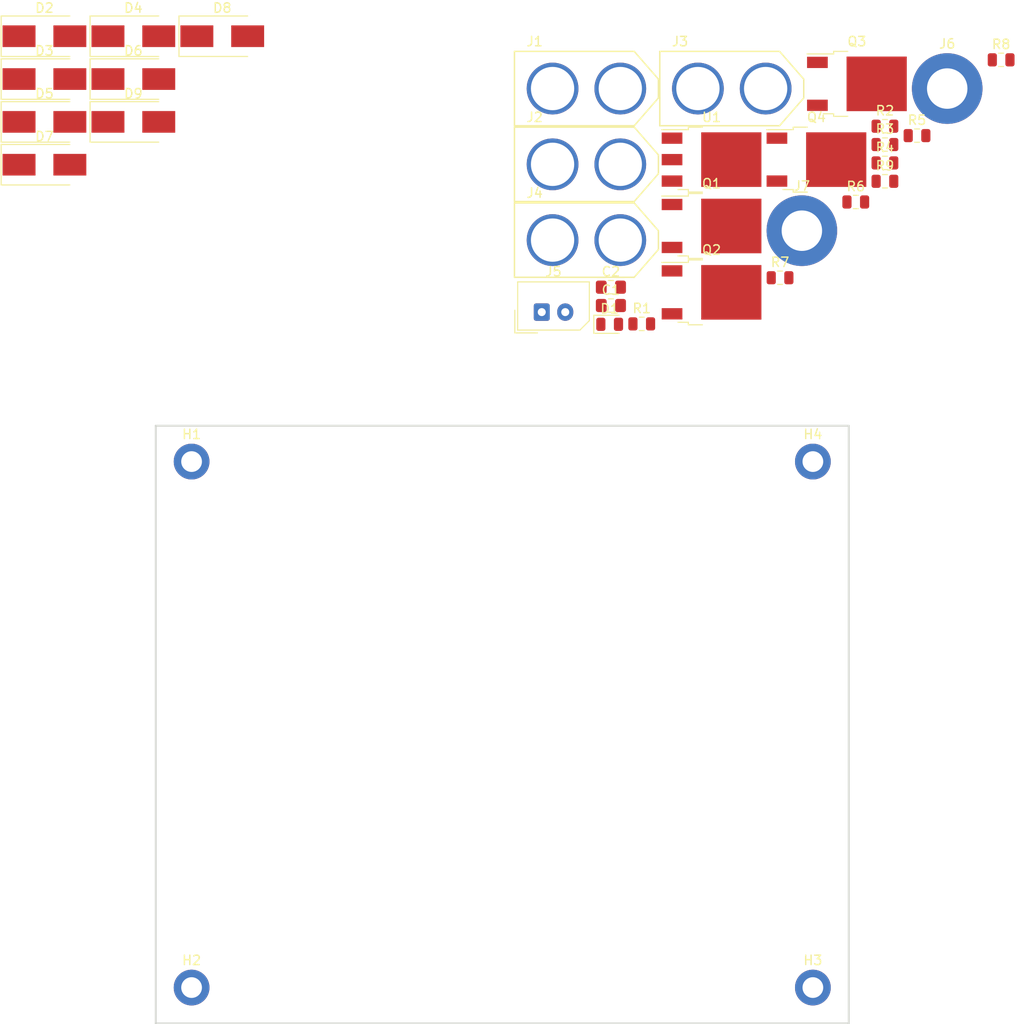
<source format=kicad_pcb>
(kicad_pcb (version 20171130) (host pcbnew "(5.0.2)-1")

  (general
    (thickness 1.6)
    (drawings 4)
    (tracks 0)
    (zones 0)
    (modules 36)
    (nets 1)
  )

  (page A4)
  (layers
    (0 F.Cu signal)
    (31 B.Cu signal)
    (32 B.Adhes user)
    (33 F.Adhes user)
    (34 B.Paste user)
    (35 F.Paste user)
    (36 B.SilkS user)
    (37 F.SilkS user)
    (38 B.Mask user)
    (39 F.Mask user)
    (40 Dwgs.User user)
    (41 Cmts.User user)
    (42 Eco1.User user)
    (43 Eco2.User user)
    (44 Edge.Cuts user)
    (45 Margin user)
    (46 B.CrtYd user)
    (47 F.CrtYd user)
    (48 B.Fab user)
    (49 F.Fab user)
  )

  (setup
    (last_trace_width 0.25)
    (user_trace_width 0.5)
    (user_trace_width 1)
    (user_trace_width 2)
    (user_trace_width 3)
    (user_trace_width 4)
    (user_trace_width 5)
    (user_trace_width 6)
    (user_trace_width 7)
    (trace_clearance 0.2)
    (zone_clearance 0.508)
    (zone_45_only no)
    (trace_min 0.2)
    (segment_width 0.2)
    (edge_width 0.15)
    (via_size 0.8)
    (via_drill 0.4)
    (via_min_size 0.4)
    (via_min_drill 0.3)
    (user_via 1 0.9)
    (user_via 1.5 1.4)
    (user_via 2 1.9)
    (uvia_size 0.3)
    (uvia_drill 0.1)
    (uvias_allowed no)
    (uvia_min_size 0.2)
    (uvia_min_drill 0.1)
    (pcb_text_width 0.3)
    (pcb_text_size 1.5 1.5)
    (mod_edge_width 0.15)
    (mod_text_size 1 1)
    (mod_text_width 0.15)
    (pad_size 1.524 1.524)
    (pad_drill 0.762)
    (pad_to_mask_clearance 0.051)
    (solder_mask_min_width 0.25)
    (aux_axis_origin 0 0)
    (visible_elements 7FFFFFFF)
    (pcbplotparams
      (layerselection 0x010fc_ffffffff)
      (usegerberextensions false)
      (usegerberattributes false)
      (usegerberadvancedattributes false)
      (creategerberjobfile false)
      (excludeedgelayer true)
      (linewidth 0.100000)
      (plotframeref false)
      (viasonmask false)
      (mode 1)
      (useauxorigin false)
      (hpglpennumber 1)
      (hpglpenspeed 20)
      (hpglpendiameter 15.000000)
      (psnegative false)
      (psa4output false)
      (plotreference true)
      (plotvalue true)
      (plotinvisibletext false)
      (padsonsilk false)
      (subtractmaskfromsilk false)
      (outputformat 1)
      (mirror false)
      (drillshape 1)
      (scaleselection 1)
      (outputdirectory ""))
  )

  (net 0 "")

  (net_class Default "To jest domyślna klasa połączeń."
    (clearance 0.2)
    (trace_width 0.25)
    (via_dia 0.8)
    (via_drill 0.4)
    (uvia_dia 0.3)
    (uvia_drill 0.1)
  )

  (module Resistor_SMD:R_0805_2012Metric (layer F.Cu) (tedit 5B36C52B) (tstamp 5D248DB2)
    (at 128.31 38.8)
    (descr "Resistor SMD 0805 (2012 Metric), square (rectangular) end terminal, IPC_7351 nominal, (Body size source: https://docs.google.com/spreadsheets/d/1BsfQQcO9C6DZCsRaXUlFlo91Tg2WpOkGARC1WS5S8t0/edit?usp=sharing), generated with kicad-footprint-generator")
    (tags resistor)
    (path /5D1CD6B8)
    (attr smd)
    (fp_text reference R9 (at 0 -1.65) (layer F.SilkS)
      (effects (font (size 1 1) (thickness 0.15)))
    )
    (fp_text value 47k (at 0 1.65) (layer F.Fab)
      (effects (font (size 1 1) (thickness 0.15)))
    )
    (fp_line (start -1 0.6) (end -1 -0.6) (layer F.Fab) (width 0.1))
    (fp_line (start -1 -0.6) (end 1 -0.6) (layer F.Fab) (width 0.1))
    (fp_line (start 1 -0.6) (end 1 0.6) (layer F.Fab) (width 0.1))
    (fp_line (start 1 0.6) (end -1 0.6) (layer F.Fab) (width 0.1))
    (fp_line (start -0.258578 -0.71) (end 0.258578 -0.71) (layer F.SilkS) (width 0.12))
    (fp_line (start -0.258578 0.71) (end 0.258578 0.71) (layer F.SilkS) (width 0.12))
    (fp_line (start -1.68 0.95) (end -1.68 -0.95) (layer F.CrtYd) (width 0.05))
    (fp_line (start -1.68 -0.95) (end 1.68 -0.95) (layer F.CrtYd) (width 0.05))
    (fp_line (start 1.68 -0.95) (end 1.68 0.95) (layer F.CrtYd) (width 0.05))
    (fp_line (start 1.68 0.95) (end -1.68 0.95) (layer F.CrtYd) (width 0.05))
    (fp_text user %R (at 0 0) (layer F.Fab)
      (effects (font (size 0.5 0.5) (thickness 0.08)))
    )
    (pad 1 smd roundrect (at -0.9375 0) (size 0.975 1.4) (layers F.Cu F.Paste F.Mask) (roundrect_rratio 0.25))
    (pad 2 smd roundrect (at 0.9375 0) (size 0.975 1.4) (layers F.Cu F.Paste F.Mask) (roundrect_rratio 0.25))
    (model ${KISYS3DMOD}/Resistor_SMD.3dshapes/R_0805_2012Metric.wrl
      (at (xyz 0 0 0))
      (scale (xyz 1 1 1))
      (rotate (xyz 0 0 0))
    )
  )

  (module Resistor_SMD:R_0805_2012Metric (layer F.Cu) (tedit 5B36C52B) (tstamp 5D248DA2)
    (at 140.66 25.9)
    (descr "Resistor SMD 0805 (2012 Metric), square (rectangular) end terminal, IPC_7351 nominal, (Body size source: https://docs.google.com/spreadsheets/d/1BsfQQcO9C6DZCsRaXUlFlo91Tg2WpOkGARC1WS5S8t0/edit?usp=sharing), generated with kicad-footprint-generator")
    (tags resistor)
    (path /5D1CD683)
    (attr smd)
    (fp_text reference R8 (at 0 -1.65) (layer F.SilkS)
      (effects (font (size 1 1) (thickness 0.15)))
    )
    (fp_text value 47k (at 0 1.65) (layer F.Fab)
      (effects (font (size 1 1) (thickness 0.15)))
    )
    (fp_line (start -1 0.6) (end -1 -0.6) (layer F.Fab) (width 0.1))
    (fp_line (start -1 -0.6) (end 1 -0.6) (layer F.Fab) (width 0.1))
    (fp_line (start 1 -0.6) (end 1 0.6) (layer F.Fab) (width 0.1))
    (fp_line (start 1 0.6) (end -1 0.6) (layer F.Fab) (width 0.1))
    (fp_line (start -0.258578 -0.71) (end 0.258578 -0.71) (layer F.SilkS) (width 0.12))
    (fp_line (start -0.258578 0.71) (end 0.258578 0.71) (layer F.SilkS) (width 0.12))
    (fp_line (start -1.68 0.95) (end -1.68 -0.95) (layer F.CrtYd) (width 0.05))
    (fp_line (start -1.68 -0.95) (end 1.68 -0.95) (layer F.CrtYd) (width 0.05))
    (fp_line (start 1.68 -0.95) (end 1.68 0.95) (layer F.CrtYd) (width 0.05))
    (fp_line (start 1.68 0.95) (end -1.68 0.95) (layer F.CrtYd) (width 0.05))
    (fp_text user %R (at 0 0) (layer F.Fab)
      (effects (font (size 0.5 0.5) (thickness 0.08)))
    )
    (pad 1 smd roundrect (at -0.9375 0) (size 0.975 1.4) (layers F.Cu F.Paste F.Mask) (roundrect_rratio 0.25))
    (pad 2 smd roundrect (at 0.9375 0) (size 0.975 1.4) (layers F.Cu F.Paste F.Mask) (roundrect_rratio 0.25))
    (model ${KISYS3DMOD}/Resistor_SMD.3dshapes/R_0805_2012Metric.wrl
      (at (xyz 0 0 0))
      (scale (xyz 1 1 1))
      (rotate (xyz 0 0 0))
    )
  )

  (module Package_TO_SOT_SMD:TO-252-3_TabPin2 (layer F.Cu) (tedit 5A70F30B) (tstamp 5D248D7B)
    (at 109.88 36.5)
    (descr "TO-252 / DPAK SMD package, http://www.infineon.com/cms/en/product/packages/PG-TO252/PG-TO252-3-1/")
    (tags "DPAK TO-252 DPAK-3 TO-252-3 SOT-428")
    (path /5D3DADFE)
    (attr smd)
    (fp_text reference U1 (at 0 -4.5) (layer F.SilkS)
      (effects (font (size 1 1) (thickness 0.15)))
    )
    (fp_text value LM1117-5.0 (at 0 4.5) (layer F.Fab)
      (effects (font (size 1 1) (thickness 0.15)))
    )
    (fp_line (start 3.95 -2.7) (end 4.95 -2.7) (layer F.Fab) (width 0.1))
    (fp_line (start 4.95 -2.7) (end 4.95 2.7) (layer F.Fab) (width 0.1))
    (fp_line (start 4.95 2.7) (end 3.95 2.7) (layer F.Fab) (width 0.1))
    (fp_line (start 3.95 -3.25) (end 3.95 3.25) (layer F.Fab) (width 0.1))
    (fp_line (start 3.95 3.25) (end -2.27 3.25) (layer F.Fab) (width 0.1))
    (fp_line (start -2.27 3.25) (end -2.27 -2.25) (layer F.Fab) (width 0.1))
    (fp_line (start -2.27 -2.25) (end -1.27 -3.25) (layer F.Fab) (width 0.1))
    (fp_line (start -1.27 -3.25) (end 3.95 -3.25) (layer F.Fab) (width 0.1))
    (fp_line (start -1.865 -2.655) (end -4.97 -2.655) (layer F.Fab) (width 0.1))
    (fp_line (start -4.97 -2.655) (end -4.97 -1.905) (layer F.Fab) (width 0.1))
    (fp_line (start -4.97 -1.905) (end -2.27 -1.905) (layer F.Fab) (width 0.1))
    (fp_line (start -2.27 -0.375) (end -4.97 -0.375) (layer F.Fab) (width 0.1))
    (fp_line (start -4.97 -0.375) (end -4.97 0.375) (layer F.Fab) (width 0.1))
    (fp_line (start -4.97 0.375) (end -2.27 0.375) (layer F.Fab) (width 0.1))
    (fp_line (start -2.27 1.905) (end -4.97 1.905) (layer F.Fab) (width 0.1))
    (fp_line (start -4.97 1.905) (end -4.97 2.655) (layer F.Fab) (width 0.1))
    (fp_line (start -4.97 2.655) (end -2.27 2.655) (layer F.Fab) (width 0.1))
    (fp_line (start -0.97 -3.45) (end -2.47 -3.45) (layer F.SilkS) (width 0.12))
    (fp_line (start -2.47 -3.45) (end -2.47 -3.18) (layer F.SilkS) (width 0.12))
    (fp_line (start -2.47 -3.18) (end -5.3 -3.18) (layer F.SilkS) (width 0.12))
    (fp_line (start -0.97 3.45) (end -2.47 3.45) (layer F.SilkS) (width 0.12))
    (fp_line (start -2.47 3.45) (end -2.47 3.18) (layer F.SilkS) (width 0.12))
    (fp_line (start -2.47 3.18) (end -3.57 3.18) (layer F.SilkS) (width 0.12))
    (fp_line (start -5.55 -3.5) (end -5.55 3.5) (layer F.CrtYd) (width 0.05))
    (fp_line (start -5.55 3.5) (end 5.55 3.5) (layer F.CrtYd) (width 0.05))
    (fp_line (start 5.55 3.5) (end 5.55 -3.5) (layer F.CrtYd) (width 0.05))
    (fp_line (start 5.55 -3.5) (end -5.55 -3.5) (layer F.CrtYd) (width 0.05))
    (fp_text user %R (at 0 0) (layer F.Fab)
      (effects (font (size 1 1) (thickness 0.15)))
    )
    (pad 1 smd rect (at -4.2 -2.28) (size 2.2 1.2) (layers F.Cu F.Paste F.Mask))
    (pad 2 smd rect (at -4.2 0) (size 2.2 1.2) (layers F.Cu F.Paste F.Mask))
    (pad 3 smd rect (at -4.2 2.28) (size 2.2 1.2) (layers F.Cu F.Paste F.Mask))
    (pad 2 smd rect (at 2.1 0) (size 6.4 5.8) (layers F.Cu F.Mask))
    (pad "" smd rect (at 3.775 1.525) (size 3.05 2.75) (layers F.Paste))
    (pad "" smd rect (at 0.425 -1.525) (size 3.05 2.75) (layers F.Paste))
    (pad "" smd rect (at 3.775 -1.525) (size 3.05 2.75) (layers F.Paste))
    (pad "" smd rect (at 0.425 1.525) (size 3.05 2.75) (layers F.Paste))
    (model ${KISYS3DMOD}/Package_TO_SOT_SMD.3dshapes/TO-252-3_TabPin2.wrl
      (at (xyz 0 0 0))
      (scale (xyz 1 1 1))
      (rotate (xyz 0 0 0))
    )
  )

  (module Resistor_SMD:R_0805_2012Metric (layer F.Cu) (tedit 5B36C52B) (tstamp 5D248D6B)
    (at 117.16 49.05)
    (descr "Resistor SMD 0805 (2012 Metric), square (rectangular) end terminal, IPC_7351 nominal, (Body size source: https://docs.google.com/spreadsheets/d/1BsfQQcO9C6DZCsRaXUlFlo91Tg2WpOkGARC1WS5S8t0/edit?usp=sharing), generated with kicad-footprint-generator")
    (tags resistor)
    (path /5D1C7A1F)
    (attr smd)
    (fp_text reference R7 (at 0 -1.65) (layer F.SilkS)
      (effects (font (size 1 1) (thickness 0.15)))
    )
    (fp_text value 47k (at 0 1.65) (layer F.Fab)
      (effects (font (size 1 1) (thickness 0.15)))
    )
    (fp_line (start -1 0.6) (end -1 -0.6) (layer F.Fab) (width 0.1))
    (fp_line (start -1 -0.6) (end 1 -0.6) (layer F.Fab) (width 0.1))
    (fp_line (start 1 -0.6) (end 1 0.6) (layer F.Fab) (width 0.1))
    (fp_line (start 1 0.6) (end -1 0.6) (layer F.Fab) (width 0.1))
    (fp_line (start -0.258578 -0.71) (end 0.258578 -0.71) (layer F.SilkS) (width 0.12))
    (fp_line (start -0.258578 0.71) (end 0.258578 0.71) (layer F.SilkS) (width 0.12))
    (fp_line (start -1.68 0.95) (end -1.68 -0.95) (layer F.CrtYd) (width 0.05))
    (fp_line (start -1.68 -0.95) (end 1.68 -0.95) (layer F.CrtYd) (width 0.05))
    (fp_line (start 1.68 -0.95) (end 1.68 0.95) (layer F.CrtYd) (width 0.05))
    (fp_line (start 1.68 0.95) (end -1.68 0.95) (layer F.CrtYd) (width 0.05))
    (fp_text user %R (at 0 0) (layer F.Fab)
      (effects (font (size 0.5 0.5) (thickness 0.08)))
    )
    (pad 1 smd roundrect (at -0.9375 0) (size 0.975 1.4) (layers F.Cu F.Paste F.Mask) (roundrect_rratio 0.25))
    (pad 2 smd roundrect (at 0.9375 0) (size 0.975 1.4) (layers F.Cu F.Paste F.Mask) (roundrect_rratio 0.25))
    (model ${KISYS3DMOD}/Resistor_SMD.3dshapes/R_0805_2012Metric.wrl
      (at (xyz 0 0 0))
      (scale (xyz 1 1 1))
      (rotate (xyz 0 0 0))
    )
  )

  (module Resistor_SMD:R_0805_2012Metric (layer F.Cu) (tedit 5B36C52B) (tstamp 5D248D5B)
    (at 128.31 34.9)
    (descr "Resistor SMD 0805 (2012 Metric), square (rectangular) end terminal, IPC_7351 nominal, (Body size source: https://docs.google.com/spreadsheets/d/1BsfQQcO9C6DZCsRaXUlFlo91Tg2WpOkGARC1WS5S8t0/edit?usp=sharing), generated with kicad-footprint-generator")
    (tags resistor)
    (path /5D1C7A18)
    (attr smd)
    (fp_text reference R3 (at 0 -1.65) (layer F.SilkS)
      (effects (font (size 1 1) (thickness 0.15)))
    )
    (fp_text value 100 (at 0 1.65) (layer F.Fab)
      (effects (font (size 1 1) (thickness 0.15)))
    )
    (fp_text user %R (at 0 0) (layer F.Fab)
      (effects (font (size 0.5 0.5) (thickness 0.08)))
    )
    (fp_line (start 1.68 0.95) (end -1.68 0.95) (layer F.CrtYd) (width 0.05))
    (fp_line (start 1.68 -0.95) (end 1.68 0.95) (layer F.CrtYd) (width 0.05))
    (fp_line (start -1.68 -0.95) (end 1.68 -0.95) (layer F.CrtYd) (width 0.05))
    (fp_line (start -1.68 0.95) (end -1.68 -0.95) (layer F.CrtYd) (width 0.05))
    (fp_line (start -0.258578 0.71) (end 0.258578 0.71) (layer F.SilkS) (width 0.12))
    (fp_line (start -0.258578 -0.71) (end 0.258578 -0.71) (layer F.SilkS) (width 0.12))
    (fp_line (start 1 0.6) (end -1 0.6) (layer F.Fab) (width 0.1))
    (fp_line (start 1 -0.6) (end 1 0.6) (layer F.Fab) (width 0.1))
    (fp_line (start -1 -0.6) (end 1 -0.6) (layer F.Fab) (width 0.1))
    (fp_line (start -1 0.6) (end -1 -0.6) (layer F.Fab) (width 0.1))
    (pad 2 smd roundrect (at 0.9375 0) (size 0.975 1.4) (layers F.Cu F.Paste F.Mask) (roundrect_rratio 0.25))
    (pad 1 smd roundrect (at -0.9375 0) (size 0.975 1.4) (layers F.Cu F.Paste F.Mask) (roundrect_rratio 0.25))
    (model ${KISYS3DMOD}/Resistor_SMD.3dshapes/R_0805_2012Metric.wrl
      (at (xyz 0 0 0))
      (scale (xyz 1 1 1))
      (rotate (xyz 0 0 0))
    )
  )

  (module Package_TO_SOT_SMD:TO-252-2 (layer F.Cu) (tedit 5A70A390) (tstamp 5D248D38)
    (at 121.03 36.5)
    (descr "TO-252 / DPAK SMD package, http://www.infineon.com/cms/en/product/packages/PG-TO252/PG-TO252-3-1/")
    (tags "DPAK TO-252 DPAK-3 TO-252-3 SOT-428")
    (path /5D1CD6C1)
    (attr smd)
    (fp_text reference Q4 (at 0 -4.5) (layer F.SilkS)
      (effects (font (size 1 1) (thickness 0.15)))
    )
    (fp_text value batt4_sw (at 0 4.5) (layer F.Fab)
      (effects (font (size 1 1) (thickness 0.15)))
    )
    (fp_line (start 3.95 -2.7) (end 4.95 -2.7) (layer F.Fab) (width 0.1))
    (fp_line (start 4.95 -2.7) (end 4.95 2.7) (layer F.Fab) (width 0.1))
    (fp_line (start 4.95 2.7) (end 3.95 2.7) (layer F.Fab) (width 0.1))
    (fp_line (start 3.95 -3.25) (end 3.95 3.25) (layer F.Fab) (width 0.1))
    (fp_line (start 3.95 3.25) (end -2.27 3.25) (layer F.Fab) (width 0.1))
    (fp_line (start -2.27 3.25) (end -2.27 -2.25) (layer F.Fab) (width 0.1))
    (fp_line (start -2.27 -2.25) (end -1.27 -3.25) (layer F.Fab) (width 0.1))
    (fp_line (start -1.27 -3.25) (end 3.95 -3.25) (layer F.Fab) (width 0.1))
    (fp_line (start -1.865 -2.655) (end -4.97 -2.655) (layer F.Fab) (width 0.1))
    (fp_line (start -4.97 -2.655) (end -4.97 -1.905) (layer F.Fab) (width 0.1))
    (fp_line (start -4.97 -1.905) (end -2.27 -1.905) (layer F.Fab) (width 0.1))
    (fp_line (start -2.27 1.905) (end -4.97 1.905) (layer F.Fab) (width 0.1))
    (fp_line (start -4.97 1.905) (end -4.97 2.655) (layer F.Fab) (width 0.1))
    (fp_line (start -4.97 2.655) (end -2.27 2.655) (layer F.Fab) (width 0.1))
    (fp_line (start -0.97 -3.45) (end -2.47 -3.45) (layer F.SilkS) (width 0.12))
    (fp_line (start -2.47 -3.45) (end -2.47 -3.18) (layer F.SilkS) (width 0.12))
    (fp_line (start -2.47 -3.18) (end -5.3 -3.18) (layer F.SilkS) (width 0.12))
    (fp_line (start -0.97 3.45) (end -2.47 3.45) (layer F.SilkS) (width 0.12))
    (fp_line (start -2.47 3.45) (end -2.47 3.18) (layer F.SilkS) (width 0.12))
    (fp_line (start -2.47 3.18) (end -3.57 3.18) (layer F.SilkS) (width 0.12))
    (fp_line (start -5.55 -3.5) (end -5.55 3.5) (layer F.CrtYd) (width 0.05))
    (fp_line (start -5.55 3.5) (end 5.55 3.5) (layer F.CrtYd) (width 0.05))
    (fp_line (start 5.55 3.5) (end 5.55 -3.5) (layer F.CrtYd) (width 0.05))
    (fp_line (start 5.55 -3.5) (end -5.55 -3.5) (layer F.CrtYd) (width 0.05))
    (fp_text user %R (at 0 0) (layer F.Fab)
      (effects (font (size 1 1) (thickness 0.15)))
    )
    (pad 1 smd rect (at -4.2 -2.28) (size 2.2 1.2) (layers F.Cu F.Paste F.Mask))
    (pad 3 smd rect (at -4.2 2.28) (size 2.2 1.2) (layers F.Cu F.Paste F.Mask))
    (pad 2 smd rect (at 2.1 0) (size 6.4 5.8) (layers F.Cu F.Mask))
    (pad "" smd rect (at 3.775 1.525) (size 3.05 2.75) (layers F.Paste))
    (pad "" smd rect (at 0.425 -1.525) (size 3.05 2.75) (layers F.Paste))
    (pad "" smd rect (at 3.775 -1.525) (size 3.05 2.75) (layers F.Paste))
    (pad "" smd rect (at 0.425 1.525) (size 3.05 2.75) (layers F.Paste))
    (model ${KISYS3DMOD}/Package_TO_SOT_SMD.3dshapes/TO-252-2.wrl
      (at (xyz 0 0 0))
      (scale (xyz 1 1 1))
      (rotate (xyz 0 0 0))
    )
  )

  (module power_connectors:XT60UPB-M (layer F.Cu) (tedit 5CC4C6CB) (tstamp 5D248D2D)
    (at 112.03 28.95)
    (path /5CF2D3F2)
    (fp_text reference J3 (at -5.5 -5) (layer F.SilkS)
      (effects (font (size 1 1) (thickness 0.15)))
    )
    (fp_text value batt_3 (at -3 5) (layer F.Fab)
      (effects (font (size 1 1) (thickness 0.15)))
    )
    (fp_line (start 5.08 3.95) (end 7.65 1) (layer F.SilkS) (width 0.15))
    (fp_line (start 5.08 -3.95) (end 7.65 -1) (layer F.SilkS) (width 0.15))
    (fp_line (start -7.65 3.95) (end 5.08 3.95) (layer F.SilkS) (width 0.15))
    (fp_line (start -7.65 -3.95) (end 5.08 -3.95) (layer F.SilkS) (width 0.15))
    (fp_line (start 7.65 1) (end 7.65 -1) (layer F.SilkS) (width 0.15))
    (fp_line (start -7.65 -3.95) (end -7.65 3.95) (layer F.SilkS) (width 0.15))
    (pad 2 thru_hole circle (at 3.6 0) (size 5.5 5.5) (drill 4.6) (layers *.Cu *.Mask))
    (pad 1 thru_hole circle (at -3.6 0) (size 5.5 5.5) (drill 4.6) (layers *.Cu *.Mask))
  )

  (module Capacitor_SMD:C_0805_2012Metric_Pad1.15x1.40mm_HandSolder (layer F.Cu) (tedit 5B36C52B) (tstamp 5D248D1D)
    (at 99.18 52)
    (descr "Capacitor SMD 0805 (2012 Metric), square (rectangular) end terminal, IPC_7351 nominal with elongated pad for handsoldering. (Body size source: https://docs.google.com/spreadsheets/d/1BsfQQcO9C6DZCsRaXUlFlo91Tg2WpOkGARC1WS5S8t0/edit?usp=sharing), generated with kicad-footprint-generator")
    (tags "capacitor handsolder")
    (path /5D40C64D)
    (attr smd)
    (fp_text reference C1 (at 0 -1.65) (layer F.SilkS)
      (effects (font (size 1 1) (thickness 0.15)))
    )
    (fp_text value C_Small (at 0 1.65) (layer F.Fab)
      (effects (font (size 1 1) (thickness 0.15)))
    )
    (fp_text user %R (at 0 0) (layer F.Fab)
      (effects (font (size 0.5 0.5) (thickness 0.08)))
    )
    (fp_line (start 1.85 0.95) (end -1.85 0.95) (layer F.CrtYd) (width 0.05))
    (fp_line (start 1.85 -0.95) (end 1.85 0.95) (layer F.CrtYd) (width 0.05))
    (fp_line (start -1.85 -0.95) (end 1.85 -0.95) (layer F.CrtYd) (width 0.05))
    (fp_line (start -1.85 0.95) (end -1.85 -0.95) (layer F.CrtYd) (width 0.05))
    (fp_line (start -0.261252 0.71) (end 0.261252 0.71) (layer F.SilkS) (width 0.12))
    (fp_line (start -0.261252 -0.71) (end 0.261252 -0.71) (layer F.SilkS) (width 0.12))
    (fp_line (start 1 0.6) (end -1 0.6) (layer F.Fab) (width 0.1))
    (fp_line (start 1 -0.6) (end 1 0.6) (layer F.Fab) (width 0.1))
    (fp_line (start -1 -0.6) (end 1 -0.6) (layer F.Fab) (width 0.1))
    (fp_line (start -1 0.6) (end -1 -0.6) (layer F.Fab) (width 0.1))
    (pad 2 smd roundrect (at 1.025 0) (size 1.15 1.4) (layers F.Cu F.Paste F.Mask) (roundrect_rratio 0.217391))
    (pad 1 smd roundrect (at -1.025 0) (size 1.15 1.4) (layers F.Cu F.Paste F.Mask) (roundrect_rratio 0.217391))
    (model ${KISYS3DMOD}/Capacitor_SMD.3dshapes/C_0805_2012Metric.wrl
      (at (xyz 0 0 0))
      (scale (xyz 1 1 1))
      (rotate (xyz 0 0 0))
    )
  )

  (module Diode_SMD:D_SMB_Handsoldering (layer F.Cu) (tedit 590B3D55) (tstamp 5D248D06)
    (at 48.42 27.94)
    (descr "Diode SMB (DO-214AA) Handsoldering")
    (tags "Diode SMB (DO-214AA) Handsoldering")
    (path /5D1CD69A)
    (attr smd)
    (fp_text reference D6 (at 0 -3) (layer F.SilkS)
      (effects (font (size 1 1) (thickness 0.15)))
    )
    (fp_text value D_TVS (at 0 3) (layer F.Fab)
      (effects (font (size 1 1) (thickness 0.15)))
    )
    (fp_line (start -4.6 -2.15) (end 2.7 -2.15) (layer F.SilkS) (width 0.12))
    (fp_line (start -4.6 2.15) (end 2.7 2.15) (layer F.SilkS) (width 0.12))
    (fp_line (start -0.64944 0.00102) (end 0.50118 -0.79908) (layer F.Fab) (width 0.1))
    (fp_line (start -0.64944 0.00102) (end 0.50118 0.75032) (layer F.Fab) (width 0.1))
    (fp_line (start 0.50118 0.75032) (end 0.50118 -0.79908) (layer F.Fab) (width 0.1))
    (fp_line (start -0.64944 -0.79908) (end -0.64944 0.80112) (layer F.Fab) (width 0.1))
    (fp_line (start 0.50118 0.00102) (end 1.4994 0.00102) (layer F.Fab) (width 0.1))
    (fp_line (start -0.64944 0.00102) (end -1.55114 0.00102) (layer F.Fab) (width 0.1))
    (fp_line (start -4.7 2.25) (end -4.7 -2.25) (layer F.CrtYd) (width 0.05))
    (fp_line (start 4.7 2.25) (end -4.7 2.25) (layer F.CrtYd) (width 0.05))
    (fp_line (start 4.7 -2.25) (end 4.7 2.25) (layer F.CrtYd) (width 0.05))
    (fp_line (start -4.7 -2.25) (end 4.7 -2.25) (layer F.CrtYd) (width 0.05))
    (fp_line (start 2.3 -2) (end -2.3 -2) (layer F.Fab) (width 0.1))
    (fp_line (start 2.3 -2) (end 2.3 2) (layer F.Fab) (width 0.1))
    (fp_line (start -2.3 2) (end -2.3 -2) (layer F.Fab) (width 0.1))
    (fp_line (start 2.3 2) (end -2.3 2) (layer F.Fab) (width 0.1))
    (fp_line (start -4.6 -2.15) (end -4.6 2.15) (layer F.SilkS) (width 0.12))
    (fp_text user %R (at 0 -3) (layer F.Fab)
      (effects (font (size 1 1) (thickness 0.15)))
    )
    (pad 2 smd rect (at 2.7 0) (size 3.5 2.3) (layers F.Cu F.Paste F.Mask))
    (pad 1 smd rect (at -2.7 0) (size 3.5 2.3) (layers F.Cu F.Paste F.Mask))
    (model ${KISYS3DMOD}/Diode_SMD.3dshapes/D_SMB.wrl
      (at (xyz 0 0 0))
      (scale (xyz 1 1 1))
      (rotate (xyz 0 0 0))
    )
  )

  (module Diode_SMD:D_SMB_Handsoldering (layer F.Cu) (tedit 590B3D55) (tstamp 5D248CEF)
    (at 38.97 23.39)
    (descr "Diode SMB (DO-214AA) Handsoldering")
    (tags "Diode SMB (DO-214AA) Handsoldering")
    (path /5D1A9C9F)
    (attr smd)
    (fp_text reference D2 (at 0 -3) (layer F.SilkS)
      (effects (font (size 1 1) (thickness 0.15)))
    )
    (fp_text value D_TVS (at 0 3) (layer F.Fab)
      (effects (font (size 1 1) (thickness 0.15)))
    )
    (fp_line (start -4.6 -2.15) (end 2.7 -2.15) (layer F.SilkS) (width 0.12))
    (fp_line (start -4.6 2.15) (end 2.7 2.15) (layer F.SilkS) (width 0.12))
    (fp_line (start -0.64944 0.00102) (end 0.50118 -0.79908) (layer F.Fab) (width 0.1))
    (fp_line (start -0.64944 0.00102) (end 0.50118 0.75032) (layer F.Fab) (width 0.1))
    (fp_line (start 0.50118 0.75032) (end 0.50118 -0.79908) (layer F.Fab) (width 0.1))
    (fp_line (start -0.64944 -0.79908) (end -0.64944 0.80112) (layer F.Fab) (width 0.1))
    (fp_line (start 0.50118 0.00102) (end 1.4994 0.00102) (layer F.Fab) (width 0.1))
    (fp_line (start -0.64944 0.00102) (end -1.55114 0.00102) (layer F.Fab) (width 0.1))
    (fp_line (start -4.7 2.25) (end -4.7 -2.25) (layer F.CrtYd) (width 0.05))
    (fp_line (start 4.7 2.25) (end -4.7 2.25) (layer F.CrtYd) (width 0.05))
    (fp_line (start 4.7 -2.25) (end 4.7 2.25) (layer F.CrtYd) (width 0.05))
    (fp_line (start -4.7 -2.25) (end 4.7 -2.25) (layer F.CrtYd) (width 0.05))
    (fp_line (start 2.3 -2) (end -2.3 -2) (layer F.Fab) (width 0.1))
    (fp_line (start 2.3 -2) (end 2.3 2) (layer F.Fab) (width 0.1))
    (fp_line (start -2.3 2) (end -2.3 -2) (layer F.Fab) (width 0.1))
    (fp_line (start 2.3 2) (end -2.3 2) (layer F.Fab) (width 0.1))
    (fp_line (start -4.6 -2.15) (end -4.6 2.15) (layer F.SilkS) (width 0.12))
    (fp_text user %R (at 0 -3) (layer F.Fab)
      (effects (font (size 1 1) (thickness 0.15)))
    )
    (pad 2 smd rect (at 2.7 0) (size 3.5 2.3) (layers F.Cu F.Paste F.Mask))
    (pad 1 smd rect (at -2.7 0) (size 3.5 2.3) (layers F.Cu F.Paste F.Mask))
    (model ${KISYS3DMOD}/Diode_SMD.3dshapes/D_SMB.wrl
      (at (xyz 0 0 0))
      (scale (xyz 1 1 1))
      (rotate (xyz 0 0 0))
    )
  )

  (module Diode_SMD:D_SMB_Handsoldering (layer F.Cu) (tedit 590B3D55) (tstamp 5D248CD8)
    (at 48.42 32.49)
    (descr "Diode SMB (DO-214AA) Handsoldering")
    (tags "Diode SMB (DO-214AA) Handsoldering")
    (path /5D1CD6C8)
    (attr smd)
    (fp_text reference D9 (at 0 -3) (layer F.SilkS)
      (effects (font (size 1 1) (thickness 0.15)))
    )
    (fp_text value D_TVS (at 0 3) (layer F.Fab)
      (effects (font (size 1 1) (thickness 0.15)))
    )
    (fp_text user %R (at 0 -3) (layer F.Fab)
      (effects (font (size 1 1) (thickness 0.15)))
    )
    (fp_line (start -4.6 -2.15) (end -4.6 2.15) (layer F.SilkS) (width 0.12))
    (fp_line (start 2.3 2) (end -2.3 2) (layer F.Fab) (width 0.1))
    (fp_line (start -2.3 2) (end -2.3 -2) (layer F.Fab) (width 0.1))
    (fp_line (start 2.3 -2) (end 2.3 2) (layer F.Fab) (width 0.1))
    (fp_line (start 2.3 -2) (end -2.3 -2) (layer F.Fab) (width 0.1))
    (fp_line (start -4.7 -2.25) (end 4.7 -2.25) (layer F.CrtYd) (width 0.05))
    (fp_line (start 4.7 -2.25) (end 4.7 2.25) (layer F.CrtYd) (width 0.05))
    (fp_line (start 4.7 2.25) (end -4.7 2.25) (layer F.CrtYd) (width 0.05))
    (fp_line (start -4.7 2.25) (end -4.7 -2.25) (layer F.CrtYd) (width 0.05))
    (fp_line (start -0.64944 0.00102) (end -1.55114 0.00102) (layer F.Fab) (width 0.1))
    (fp_line (start 0.50118 0.00102) (end 1.4994 0.00102) (layer F.Fab) (width 0.1))
    (fp_line (start -0.64944 -0.79908) (end -0.64944 0.80112) (layer F.Fab) (width 0.1))
    (fp_line (start 0.50118 0.75032) (end 0.50118 -0.79908) (layer F.Fab) (width 0.1))
    (fp_line (start -0.64944 0.00102) (end 0.50118 0.75032) (layer F.Fab) (width 0.1))
    (fp_line (start -0.64944 0.00102) (end 0.50118 -0.79908) (layer F.Fab) (width 0.1))
    (fp_line (start -4.6 2.15) (end 2.7 2.15) (layer F.SilkS) (width 0.12))
    (fp_line (start -4.6 -2.15) (end 2.7 -2.15) (layer F.SilkS) (width 0.12))
    (pad 1 smd rect (at -2.7 0) (size 3.5 2.3) (layers F.Cu F.Paste F.Mask))
    (pad 2 smd rect (at 2.7 0) (size 3.5 2.3) (layers F.Cu F.Paste F.Mask))
    (model ${KISYS3DMOD}/Diode_SMD.3dshapes/D_SMB.wrl
      (at (xyz 0 0 0))
      (scale (xyz 1 1 1))
      (rotate (xyz 0 0 0))
    )
  )

  (module Diode_SMD:D_SMB_Handsoldering (layer F.Cu) (tedit 590B3D55) (tstamp 5D248CC1)
    (at 38.97 32.49)
    (descr "Diode SMB (DO-214AA) Handsoldering")
    (tags "Diode SMB (DO-214AA) Handsoldering")
    (path /5D1C7A2F)
    (attr smd)
    (fp_text reference D5 (at 0 -3) (layer F.SilkS)
      (effects (font (size 1 1) (thickness 0.15)))
    )
    (fp_text value D_TVS (at 0 3) (layer F.Fab)
      (effects (font (size 1 1) (thickness 0.15)))
    )
    (fp_text user %R (at 0 -3) (layer F.Fab)
      (effects (font (size 1 1) (thickness 0.15)))
    )
    (fp_line (start -4.6 -2.15) (end -4.6 2.15) (layer F.SilkS) (width 0.12))
    (fp_line (start 2.3 2) (end -2.3 2) (layer F.Fab) (width 0.1))
    (fp_line (start -2.3 2) (end -2.3 -2) (layer F.Fab) (width 0.1))
    (fp_line (start 2.3 -2) (end 2.3 2) (layer F.Fab) (width 0.1))
    (fp_line (start 2.3 -2) (end -2.3 -2) (layer F.Fab) (width 0.1))
    (fp_line (start -4.7 -2.25) (end 4.7 -2.25) (layer F.CrtYd) (width 0.05))
    (fp_line (start 4.7 -2.25) (end 4.7 2.25) (layer F.CrtYd) (width 0.05))
    (fp_line (start 4.7 2.25) (end -4.7 2.25) (layer F.CrtYd) (width 0.05))
    (fp_line (start -4.7 2.25) (end -4.7 -2.25) (layer F.CrtYd) (width 0.05))
    (fp_line (start -0.64944 0.00102) (end -1.55114 0.00102) (layer F.Fab) (width 0.1))
    (fp_line (start 0.50118 0.00102) (end 1.4994 0.00102) (layer F.Fab) (width 0.1))
    (fp_line (start -0.64944 -0.79908) (end -0.64944 0.80112) (layer F.Fab) (width 0.1))
    (fp_line (start 0.50118 0.75032) (end 0.50118 -0.79908) (layer F.Fab) (width 0.1))
    (fp_line (start -0.64944 0.00102) (end 0.50118 0.75032) (layer F.Fab) (width 0.1))
    (fp_line (start -0.64944 0.00102) (end 0.50118 -0.79908) (layer F.Fab) (width 0.1))
    (fp_line (start -4.6 2.15) (end 2.7 2.15) (layer F.SilkS) (width 0.12))
    (fp_line (start -4.6 -2.15) (end 2.7 -2.15) (layer F.SilkS) (width 0.12))
    (pad 1 smd rect (at -2.7 0) (size 3.5 2.3) (layers F.Cu F.Paste F.Mask))
    (pad 2 smd rect (at 2.7 0) (size 3.5 2.3) (layers F.Cu F.Paste F.Mask))
    (model ${KISYS3DMOD}/Diode_SMD.3dshapes/D_SMB.wrl
      (at (xyz 0 0 0))
      (scale (xyz 1 1 1))
      (rotate (xyz 0 0 0))
    )
  )

  (module Diode_SMD:D_SMB_Handsoldering (layer F.Cu) (tedit 590B3D55) (tstamp 5D248CAA)
    (at 38.97 27.94)
    (descr "Diode SMB (DO-214AA) Handsoldering")
    (tags "Diode SMB (DO-214AA) Handsoldering")
    (path /5D1A9BB4)
    (attr smd)
    (fp_text reference D3 (at 0 -3) (layer F.SilkS)
      (effects (font (size 1 1) (thickness 0.15)))
    )
    (fp_text value D_TVS (at 0 3) (layer F.Fab)
      (effects (font (size 1 1) (thickness 0.15)))
    )
    (fp_text user %R (at 0 -3) (layer F.Fab)
      (effects (font (size 1 1) (thickness 0.15)))
    )
    (fp_line (start -4.6 -2.15) (end -4.6 2.15) (layer F.SilkS) (width 0.12))
    (fp_line (start 2.3 2) (end -2.3 2) (layer F.Fab) (width 0.1))
    (fp_line (start -2.3 2) (end -2.3 -2) (layer F.Fab) (width 0.1))
    (fp_line (start 2.3 -2) (end 2.3 2) (layer F.Fab) (width 0.1))
    (fp_line (start 2.3 -2) (end -2.3 -2) (layer F.Fab) (width 0.1))
    (fp_line (start -4.7 -2.25) (end 4.7 -2.25) (layer F.CrtYd) (width 0.05))
    (fp_line (start 4.7 -2.25) (end 4.7 2.25) (layer F.CrtYd) (width 0.05))
    (fp_line (start 4.7 2.25) (end -4.7 2.25) (layer F.CrtYd) (width 0.05))
    (fp_line (start -4.7 2.25) (end -4.7 -2.25) (layer F.CrtYd) (width 0.05))
    (fp_line (start -0.64944 0.00102) (end -1.55114 0.00102) (layer F.Fab) (width 0.1))
    (fp_line (start 0.50118 0.00102) (end 1.4994 0.00102) (layer F.Fab) (width 0.1))
    (fp_line (start -0.64944 -0.79908) (end -0.64944 0.80112) (layer F.Fab) (width 0.1))
    (fp_line (start 0.50118 0.75032) (end 0.50118 -0.79908) (layer F.Fab) (width 0.1))
    (fp_line (start -0.64944 0.00102) (end 0.50118 0.75032) (layer F.Fab) (width 0.1))
    (fp_line (start -0.64944 0.00102) (end 0.50118 -0.79908) (layer F.Fab) (width 0.1))
    (fp_line (start -4.6 2.15) (end 2.7 2.15) (layer F.SilkS) (width 0.12))
    (fp_line (start -4.6 -2.15) (end 2.7 -2.15) (layer F.SilkS) (width 0.12))
    (pad 1 smd rect (at -2.7 0) (size 3.5 2.3) (layers F.Cu F.Paste F.Mask))
    (pad 2 smd rect (at 2.7 0) (size 3.5 2.3) (layers F.Cu F.Paste F.Mask))
    (model ${KISYS3DMOD}/Diode_SMD.3dshapes/D_SMB.wrl
      (at (xyz 0 0 0))
      (scale (xyz 1 1 1))
      (rotate (xyz 0 0 0))
    )
  )

  (module Package_TO_SOT_SMD:TO-252-2 (layer F.Cu) (tedit 5A70A390) (tstamp 5D248C87)
    (at 109.88 50.6)
    (descr "TO-252 / DPAK SMD package, http://www.infineon.com/cms/en/product/packages/PG-TO252/PG-TO252-3-1/")
    (tags "DPAK TO-252 DPAK-3 TO-252-3 SOT-428")
    (path /5D1C7A28)
    (attr smd)
    (fp_text reference Q2 (at 0 -4.5) (layer F.SilkS)
      (effects (font (size 1 1) (thickness 0.15)))
    )
    (fp_text value batt2_sw (at 0 4.5) (layer F.Fab)
      (effects (font (size 1 1) (thickness 0.15)))
    )
    (fp_text user %R (at 0 0) (layer F.Fab)
      (effects (font (size 1 1) (thickness 0.15)))
    )
    (fp_line (start 5.55 -3.5) (end -5.55 -3.5) (layer F.CrtYd) (width 0.05))
    (fp_line (start 5.55 3.5) (end 5.55 -3.5) (layer F.CrtYd) (width 0.05))
    (fp_line (start -5.55 3.5) (end 5.55 3.5) (layer F.CrtYd) (width 0.05))
    (fp_line (start -5.55 -3.5) (end -5.55 3.5) (layer F.CrtYd) (width 0.05))
    (fp_line (start -2.47 3.18) (end -3.57 3.18) (layer F.SilkS) (width 0.12))
    (fp_line (start -2.47 3.45) (end -2.47 3.18) (layer F.SilkS) (width 0.12))
    (fp_line (start -0.97 3.45) (end -2.47 3.45) (layer F.SilkS) (width 0.12))
    (fp_line (start -2.47 -3.18) (end -5.3 -3.18) (layer F.SilkS) (width 0.12))
    (fp_line (start -2.47 -3.45) (end -2.47 -3.18) (layer F.SilkS) (width 0.12))
    (fp_line (start -0.97 -3.45) (end -2.47 -3.45) (layer F.SilkS) (width 0.12))
    (fp_line (start -4.97 2.655) (end -2.27 2.655) (layer F.Fab) (width 0.1))
    (fp_line (start -4.97 1.905) (end -4.97 2.655) (layer F.Fab) (width 0.1))
    (fp_line (start -2.27 1.905) (end -4.97 1.905) (layer F.Fab) (width 0.1))
    (fp_line (start -4.97 -1.905) (end -2.27 -1.905) (layer F.Fab) (width 0.1))
    (fp_line (start -4.97 -2.655) (end -4.97 -1.905) (layer F.Fab) (width 0.1))
    (fp_line (start -1.865 -2.655) (end -4.97 -2.655) (layer F.Fab) (width 0.1))
    (fp_line (start -1.27 -3.25) (end 3.95 -3.25) (layer F.Fab) (width 0.1))
    (fp_line (start -2.27 -2.25) (end -1.27 -3.25) (layer F.Fab) (width 0.1))
    (fp_line (start -2.27 3.25) (end -2.27 -2.25) (layer F.Fab) (width 0.1))
    (fp_line (start 3.95 3.25) (end -2.27 3.25) (layer F.Fab) (width 0.1))
    (fp_line (start 3.95 -3.25) (end 3.95 3.25) (layer F.Fab) (width 0.1))
    (fp_line (start 4.95 2.7) (end 3.95 2.7) (layer F.Fab) (width 0.1))
    (fp_line (start 4.95 -2.7) (end 4.95 2.7) (layer F.Fab) (width 0.1))
    (fp_line (start 3.95 -2.7) (end 4.95 -2.7) (layer F.Fab) (width 0.1))
    (pad "" smd rect (at 0.425 1.525) (size 3.05 2.75) (layers F.Paste))
    (pad "" smd rect (at 3.775 -1.525) (size 3.05 2.75) (layers F.Paste))
    (pad "" smd rect (at 0.425 -1.525) (size 3.05 2.75) (layers F.Paste))
    (pad "" smd rect (at 3.775 1.525) (size 3.05 2.75) (layers F.Paste))
    (pad 2 smd rect (at 2.1 0) (size 6.4 5.8) (layers F.Cu F.Mask))
    (pad 3 smd rect (at -4.2 2.28) (size 2.2 1.2) (layers F.Cu F.Paste F.Mask))
    (pad 1 smd rect (at -4.2 -2.28) (size 2.2 1.2) (layers F.Cu F.Paste F.Mask))
    (model ${KISYS3DMOD}/Package_TO_SOT_SMD.3dshapes/TO-252-2.wrl
      (at (xyz 0 0 0))
      (scale (xyz 1 1 1))
      (rotate (xyz 0 0 0))
    )
  )

  (module Diode_SMD:D_SMB_Handsoldering (layer F.Cu) (tedit 590B3D55) (tstamp 5D248C70)
    (at 38.97 37.04)
    (descr "Diode SMB (DO-214AA) Handsoldering")
    (tags "Diode SMB (DO-214AA) Handsoldering")
    (path /5D1CD693)
    (attr smd)
    (fp_text reference D7 (at 0 -3) (layer F.SilkS)
      (effects (font (size 1 1) (thickness 0.15)))
    )
    (fp_text value D_TVS (at 0 3) (layer F.Fab)
      (effects (font (size 1 1) (thickness 0.15)))
    )
    (fp_text user %R (at 0 -3) (layer F.Fab)
      (effects (font (size 1 1) (thickness 0.15)))
    )
    (fp_line (start -4.6 -2.15) (end -4.6 2.15) (layer F.SilkS) (width 0.12))
    (fp_line (start 2.3 2) (end -2.3 2) (layer F.Fab) (width 0.1))
    (fp_line (start -2.3 2) (end -2.3 -2) (layer F.Fab) (width 0.1))
    (fp_line (start 2.3 -2) (end 2.3 2) (layer F.Fab) (width 0.1))
    (fp_line (start 2.3 -2) (end -2.3 -2) (layer F.Fab) (width 0.1))
    (fp_line (start -4.7 -2.25) (end 4.7 -2.25) (layer F.CrtYd) (width 0.05))
    (fp_line (start 4.7 -2.25) (end 4.7 2.25) (layer F.CrtYd) (width 0.05))
    (fp_line (start 4.7 2.25) (end -4.7 2.25) (layer F.CrtYd) (width 0.05))
    (fp_line (start -4.7 2.25) (end -4.7 -2.25) (layer F.CrtYd) (width 0.05))
    (fp_line (start -0.64944 0.00102) (end -1.55114 0.00102) (layer F.Fab) (width 0.1))
    (fp_line (start 0.50118 0.00102) (end 1.4994 0.00102) (layer F.Fab) (width 0.1))
    (fp_line (start -0.64944 -0.79908) (end -0.64944 0.80112) (layer F.Fab) (width 0.1))
    (fp_line (start 0.50118 0.75032) (end 0.50118 -0.79908) (layer F.Fab) (width 0.1))
    (fp_line (start -0.64944 0.00102) (end 0.50118 0.75032) (layer F.Fab) (width 0.1))
    (fp_line (start -0.64944 0.00102) (end 0.50118 -0.79908) (layer F.Fab) (width 0.1))
    (fp_line (start -4.6 2.15) (end 2.7 2.15) (layer F.SilkS) (width 0.12))
    (fp_line (start -4.6 -2.15) (end 2.7 -2.15) (layer F.SilkS) (width 0.12))
    (pad 1 smd rect (at -2.7 0) (size 3.5 2.3) (layers F.Cu F.Paste F.Mask))
    (pad 2 smd rect (at 2.7 0) (size 3.5 2.3) (layers F.Cu F.Paste F.Mask))
    (model ${KISYS3DMOD}/Diode_SMD.3dshapes/D_SMB.wrl
      (at (xyz 0 0 0))
      (scale (xyz 1 1 1))
      (rotate (xyz 0 0 0))
    )
  )

  (module MountingHole:MountingHole_4.3mm_M4_DIN965_Pad (layer F.Cu) (tedit 56D1B4CB) (tstamp 5D248C69)
    (at 119.48 44.05)
    (descr "Mounting Hole 4.3mm, M4, DIN965")
    (tags "mounting hole 4.3mm m4 din965")
    (path /5CF56D26)
    (attr virtual)
    (fp_text reference J7 (at 0 -4.75) (layer F.SilkS)
      (effects (font (size 1 1) (thickness 0.15)))
    )
    (fp_text value toPcb- (at 0 4.75) (layer F.Fab)
      (effects (font (size 1 1) (thickness 0.15)))
    )
    (fp_circle (center 0 0) (end 4 0) (layer F.CrtYd) (width 0.05))
    (fp_circle (center 0 0) (end 3.75 0) (layer Cmts.User) (width 0.15))
    (fp_text user %R (at 0.3 0) (layer F.Fab)
      (effects (font (size 1 1) (thickness 0.15)))
    )
    (pad 1 thru_hole circle (at 0 0) (size 7.5 7.5) (drill 4.3) (layers *.Cu *.Mask))
  )

  (module LED_SMD:LED_0805_2012Metric (layer F.Cu) (tedit 5B36C52C) (tstamp 5D248C57)
    (at 99.05 53.995)
    (descr "LED SMD 0805 (2012 Metric), square (rectangular) end terminal, IPC_7351 nominal, (Body size source: https://docs.google.com/spreadsheets/d/1BsfQQcO9C6DZCsRaXUlFlo91Tg2WpOkGARC1WS5S8t0/edit?usp=sharing), generated with kicad-footprint-generator")
    (tags diode)
    (path /5CF346D6)
    (attr smd)
    (fp_text reference D1 (at 0 -1.65) (layer F.SilkS)
      (effects (font (size 1 1) (thickness 0.15)))
    )
    (fp_text value power_ok (at 0 1.65) (layer F.Fab)
      (effects (font (size 1 1) (thickness 0.15)))
    )
    (fp_line (start 1 -0.6) (end -0.7 -0.6) (layer F.Fab) (width 0.1))
    (fp_line (start -0.7 -0.6) (end -1 -0.3) (layer F.Fab) (width 0.1))
    (fp_line (start -1 -0.3) (end -1 0.6) (layer F.Fab) (width 0.1))
    (fp_line (start -1 0.6) (end 1 0.6) (layer F.Fab) (width 0.1))
    (fp_line (start 1 0.6) (end 1 -0.6) (layer F.Fab) (width 0.1))
    (fp_line (start 1 -0.96) (end -1.685 -0.96) (layer F.SilkS) (width 0.12))
    (fp_line (start -1.685 -0.96) (end -1.685 0.96) (layer F.SilkS) (width 0.12))
    (fp_line (start -1.685 0.96) (end 1 0.96) (layer F.SilkS) (width 0.12))
    (fp_line (start -1.68 0.95) (end -1.68 -0.95) (layer F.CrtYd) (width 0.05))
    (fp_line (start -1.68 -0.95) (end 1.68 -0.95) (layer F.CrtYd) (width 0.05))
    (fp_line (start 1.68 -0.95) (end 1.68 0.95) (layer F.CrtYd) (width 0.05))
    (fp_line (start 1.68 0.95) (end -1.68 0.95) (layer F.CrtYd) (width 0.05))
    (fp_text user %R (at 0 0) (layer F.Fab)
      (effects (font (size 0.5 0.5) (thickness 0.08)))
    )
    (pad 1 smd roundrect (at -0.9375 0) (size 0.975 1.4) (layers F.Cu F.Paste F.Mask) (roundrect_rratio 0.25))
    (pad 2 smd roundrect (at 0.9375 0) (size 0.975 1.4) (layers F.Cu F.Paste F.Mask) (roundrect_rratio 0.25))
    (model ${KISYS3DMOD}/LED_SMD.3dshapes/LED_0805_2012Metric.wrl
      (at (xyz 0 0 0))
      (scale (xyz 1 1 1))
      (rotate (xyz 0 0 0))
    )
  )

  (module power_connectors:XT60UPB-M (layer F.Cu) (tedit 5CC4C6CB) (tstamp 5D248C4C)
    (at 96.58 28.95)
    (path /5CF2D204)
    (fp_text reference J1 (at -5.5 -5) (layer F.SilkS)
      (effects (font (size 1 1) (thickness 0.15)))
    )
    (fp_text value batt_1 (at -3 5) (layer F.Fab)
      (effects (font (size 1 1) (thickness 0.15)))
    )
    (fp_line (start -7.65 -3.95) (end -7.65 3.95) (layer F.SilkS) (width 0.15))
    (fp_line (start 7.65 1) (end 7.65 -1) (layer F.SilkS) (width 0.15))
    (fp_line (start -7.65 -3.95) (end 5.08 -3.95) (layer F.SilkS) (width 0.15))
    (fp_line (start -7.65 3.95) (end 5.08 3.95) (layer F.SilkS) (width 0.15))
    (fp_line (start 5.08 -3.95) (end 7.65 -1) (layer F.SilkS) (width 0.15))
    (fp_line (start 5.08 3.95) (end 7.65 1) (layer F.SilkS) (width 0.15))
    (pad 1 thru_hole circle (at -3.6 0) (size 5.5 5.5) (drill 4.6) (layers *.Cu *.Mask))
    (pad 2 thru_hole circle (at 3.6 0) (size 5.5 5.5) (drill 4.6) (layers *.Cu *.Mask))
  )

  (module Capacitor_SMD:C_0805_2012Metric_Pad1.15x1.40mm_HandSolder (layer F.Cu) (tedit 5B36C52B) (tstamp 5D248C3C)
    (at 99.18 50.05)
    (descr "Capacitor SMD 0805 (2012 Metric), square (rectangular) end terminal, IPC_7351 nominal with elongated pad for handsoldering. (Body size source: https://docs.google.com/spreadsheets/d/1BsfQQcO9C6DZCsRaXUlFlo91Tg2WpOkGARC1WS5S8t0/edit?usp=sharing), generated with kicad-footprint-generator")
    (tags "capacitor handsolder")
    (path /5D40C43E)
    (attr smd)
    (fp_text reference C2 (at 0 -1.65) (layer F.SilkS)
      (effects (font (size 1 1) (thickness 0.15)))
    )
    (fp_text value C_Small (at 0 1.65) (layer F.Fab)
      (effects (font (size 1 1) (thickness 0.15)))
    )
    (fp_line (start -1 0.6) (end -1 -0.6) (layer F.Fab) (width 0.1))
    (fp_line (start -1 -0.6) (end 1 -0.6) (layer F.Fab) (width 0.1))
    (fp_line (start 1 -0.6) (end 1 0.6) (layer F.Fab) (width 0.1))
    (fp_line (start 1 0.6) (end -1 0.6) (layer F.Fab) (width 0.1))
    (fp_line (start -0.261252 -0.71) (end 0.261252 -0.71) (layer F.SilkS) (width 0.12))
    (fp_line (start -0.261252 0.71) (end 0.261252 0.71) (layer F.SilkS) (width 0.12))
    (fp_line (start -1.85 0.95) (end -1.85 -0.95) (layer F.CrtYd) (width 0.05))
    (fp_line (start -1.85 -0.95) (end 1.85 -0.95) (layer F.CrtYd) (width 0.05))
    (fp_line (start 1.85 -0.95) (end 1.85 0.95) (layer F.CrtYd) (width 0.05))
    (fp_line (start 1.85 0.95) (end -1.85 0.95) (layer F.CrtYd) (width 0.05))
    (fp_text user %R (at 0 0) (layer F.Fab)
      (effects (font (size 0.5 0.5) (thickness 0.08)))
    )
    (pad 1 smd roundrect (at -1.025 0) (size 1.15 1.4) (layers F.Cu F.Paste F.Mask) (roundrect_rratio 0.217391))
    (pad 2 smd roundrect (at 1.025 0) (size 1.15 1.4) (layers F.Cu F.Paste F.Mask) (roundrect_rratio 0.217391))
    (model ${KISYS3DMOD}/Capacitor_SMD.3dshapes/C_0805_2012Metric.wrl
      (at (xyz 0 0 0))
      (scale (xyz 1 1 1))
      (rotate (xyz 0 0 0))
    )
  )

  (module Diode_SMD:D_SMB_Handsoldering (layer F.Cu) (tedit 590B3D55) (tstamp 5D248C25)
    (at 48.42 23.39)
    (descr "Diode SMB (DO-214AA) Handsoldering")
    (tags "Diode SMB (DO-214AA) Handsoldering")
    (path /5D1C7A36)
    (attr smd)
    (fp_text reference D4 (at 0 -3) (layer F.SilkS)
      (effects (font (size 1 1) (thickness 0.15)))
    )
    (fp_text value D_TVS (at 0 3) (layer F.Fab)
      (effects (font (size 1 1) (thickness 0.15)))
    )
    (fp_line (start -4.6 -2.15) (end 2.7 -2.15) (layer F.SilkS) (width 0.12))
    (fp_line (start -4.6 2.15) (end 2.7 2.15) (layer F.SilkS) (width 0.12))
    (fp_line (start -0.64944 0.00102) (end 0.50118 -0.79908) (layer F.Fab) (width 0.1))
    (fp_line (start -0.64944 0.00102) (end 0.50118 0.75032) (layer F.Fab) (width 0.1))
    (fp_line (start 0.50118 0.75032) (end 0.50118 -0.79908) (layer F.Fab) (width 0.1))
    (fp_line (start -0.64944 -0.79908) (end -0.64944 0.80112) (layer F.Fab) (width 0.1))
    (fp_line (start 0.50118 0.00102) (end 1.4994 0.00102) (layer F.Fab) (width 0.1))
    (fp_line (start -0.64944 0.00102) (end -1.55114 0.00102) (layer F.Fab) (width 0.1))
    (fp_line (start -4.7 2.25) (end -4.7 -2.25) (layer F.CrtYd) (width 0.05))
    (fp_line (start 4.7 2.25) (end -4.7 2.25) (layer F.CrtYd) (width 0.05))
    (fp_line (start 4.7 -2.25) (end 4.7 2.25) (layer F.CrtYd) (width 0.05))
    (fp_line (start -4.7 -2.25) (end 4.7 -2.25) (layer F.CrtYd) (width 0.05))
    (fp_line (start 2.3 -2) (end -2.3 -2) (layer F.Fab) (width 0.1))
    (fp_line (start 2.3 -2) (end 2.3 2) (layer F.Fab) (width 0.1))
    (fp_line (start -2.3 2) (end -2.3 -2) (layer F.Fab) (width 0.1))
    (fp_line (start 2.3 2) (end -2.3 2) (layer F.Fab) (width 0.1))
    (fp_line (start -4.6 -2.15) (end -4.6 2.15) (layer F.SilkS) (width 0.12))
    (fp_text user %R (at 0 -3) (layer F.Fab)
      (effects (font (size 1 1) (thickness 0.15)))
    )
    (pad 2 smd rect (at 2.7 0) (size 3.5 2.3) (layers F.Cu F.Paste F.Mask))
    (pad 1 smd rect (at -2.7 0) (size 3.5 2.3) (layers F.Cu F.Paste F.Mask))
    (model ${KISYS3DMOD}/Diode_SMD.3dshapes/D_SMB.wrl
      (at (xyz 0 0 0))
      (scale (xyz 1 1 1))
      (rotate (xyz 0 0 0))
    )
  )

  (module Resistor_SMD:R_0805_2012Metric (layer F.Cu) (tedit 5B36C52B) (tstamp 5D248C15)
    (at 128.31 36.85)
    (descr "Resistor SMD 0805 (2012 Metric), square (rectangular) end terminal, IPC_7351 nominal, (Body size source: https://docs.google.com/spreadsheets/d/1BsfQQcO9C6DZCsRaXUlFlo91Tg2WpOkGARC1WS5S8t0/edit?usp=sharing), generated with kicad-footprint-generator")
    (tags resistor)
    (path /5D1CD67C)
    (attr smd)
    (fp_text reference R4 (at 0 -1.65) (layer F.SilkS)
      (effects (font (size 1 1) (thickness 0.15)))
    )
    (fp_text value 100 (at 0 1.65) (layer F.Fab)
      (effects (font (size 1 1) (thickness 0.15)))
    )
    (fp_line (start -1 0.6) (end -1 -0.6) (layer F.Fab) (width 0.1))
    (fp_line (start -1 -0.6) (end 1 -0.6) (layer F.Fab) (width 0.1))
    (fp_line (start 1 -0.6) (end 1 0.6) (layer F.Fab) (width 0.1))
    (fp_line (start 1 0.6) (end -1 0.6) (layer F.Fab) (width 0.1))
    (fp_line (start -0.258578 -0.71) (end 0.258578 -0.71) (layer F.SilkS) (width 0.12))
    (fp_line (start -0.258578 0.71) (end 0.258578 0.71) (layer F.SilkS) (width 0.12))
    (fp_line (start -1.68 0.95) (end -1.68 -0.95) (layer F.CrtYd) (width 0.05))
    (fp_line (start -1.68 -0.95) (end 1.68 -0.95) (layer F.CrtYd) (width 0.05))
    (fp_line (start 1.68 -0.95) (end 1.68 0.95) (layer F.CrtYd) (width 0.05))
    (fp_line (start 1.68 0.95) (end -1.68 0.95) (layer F.CrtYd) (width 0.05))
    (fp_text user %R (at 0 0) (layer F.Fab)
      (effects (font (size 0.5 0.5) (thickness 0.08)))
    )
    (pad 1 smd roundrect (at -0.9375 0) (size 0.975 1.4) (layers F.Cu F.Paste F.Mask) (roundrect_rratio 0.25))
    (pad 2 smd roundrect (at 0.9375 0) (size 0.975 1.4) (layers F.Cu F.Paste F.Mask) (roundrect_rratio 0.25))
    (model ${KISYS3DMOD}/Resistor_SMD.3dshapes/R_0805_2012Metric.wrl
      (at (xyz 0 0 0))
      (scale (xyz 1 1 1))
      (rotate (xyz 0 0 0))
    )
  )

  (module Resistor_SMD:R_0805_2012Metric (layer F.Cu) (tedit 5B36C52B) (tstamp 5D248C05)
    (at 102.46 53.95)
    (descr "Resistor SMD 0805 (2012 Metric), square (rectangular) end terminal, IPC_7351 nominal, (Body size source: https://docs.google.com/spreadsheets/d/1BsfQQcO9C6DZCsRaXUlFlo91Tg2WpOkGARC1WS5S8t0/edit?usp=sharing), generated with kicad-footprint-generator")
    (tags resistor)
    (path /5CF3B983)
    (attr smd)
    (fp_text reference R1 (at 0 -1.65) (layer F.SilkS)
      (effects (font (size 1 1) (thickness 0.15)))
    )
    (fp_text value 400 (at 0 1.65) (layer F.Fab)
      (effects (font (size 1 1) (thickness 0.15)))
    )
    (fp_line (start -1 0.6) (end -1 -0.6) (layer F.Fab) (width 0.1))
    (fp_line (start -1 -0.6) (end 1 -0.6) (layer F.Fab) (width 0.1))
    (fp_line (start 1 -0.6) (end 1 0.6) (layer F.Fab) (width 0.1))
    (fp_line (start 1 0.6) (end -1 0.6) (layer F.Fab) (width 0.1))
    (fp_line (start -0.258578 -0.71) (end 0.258578 -0.71) (layer F.SilkS) (width 0.12))
    (fp_line (start -0.258578 0.71) (end 0.258578 0.71) (layer F.SilkS) (width 0.12))
    (fp_line (start -1.68 0.95) (end -1.68 -0.95) (layer F.CrtYd) (width 0.05))
    (fp_line (start -1.68 -0.95) (end 1.68 -0.95) (layer F.CrtYd) (width 0.05))
    (fp_line (start 1.68 -0.95) (end 1.68 0.95) (layer F.CrtYd) (width 0.05))
    (fp_line (start 1.68 0.95) (end -1.68 0.95) (layer F.CrtYd) (width 0.05))
    (fp_text user %R (at 0 0) (layer F.Fab)
      (effects (font (size 0.5 0.5) (thickness 0.08)))
    )
    (pad 1 smd roundrect (at -0.9375 0) (size 0.975 1.4) (layers F.Cu F.Paste F.Mask) (roundrect_rratio 0.25))
    (pad 2 smd roundrect (at 0.9375 0) (size 0.975 1.4) (layers F.Cu F.Paste F.Mask) (roundrect_rratio 0.25))
    (model ${KISYS3DMOD}/Resistor_SMD.3dshapes/R_0805_2012Metric.wrl
      (at (xyz 0 0 0))
      (scale (xyz 1 1 1))
      (rotate (xyz 0 0 0))
    )
  )

  (module Package_TO_SOT_SMD:TO-252-2 (layer F.Cu) (tedit 5A70A390) (tstamp 5D248BE2)
    (at 125.33 28.45)
    (descr "TO-252 / DPAK SMD package, http://www.infineon.com/cms/en/product/packages/PG-TO252/PG-TO252-3-1/")
    (tags "DPAK TO-252 DPAK-3 TO-252-3 SOT-428")
    (path /5D1CD68C)
    (attr smd)
    (fp_text reference Q3 (at 0 -4.5) (layer F.SilkS)
      (effects (font (size 1 1) (thickness 0.15)))
    )
    (fp_text value batt3_sw (at 0 4.5) (layer F.Fab)
      (effects (font (size 1 1) (thickness 0.15)))
    )
    (fp_line (start 3.95 -2.7) (end 4.95 -2.7) (layer F.Fab) (width 0.1))
    (fp_line (start 4.95 -2.7) (end 4.95 2.7) (layer F.Fab) (width 0.1))
    (fp_line (start 4.95 2.7) (end 3.95 2.7) (layer F.Fab) (width 0.1))
    (fp_line (start 3.95 -3.25) (end 3.95 3.25) (layer F.Fab) (width 0.1))
    (fp_line (start 3.95 3.25) (end -2.27 3.25) (layer F.Fab) (width 0.1))
    (fp_line (start -2.27 3.25) (end -2.27 -2.25) (layer F.Fab) (width 0.1))
    (fp_line (start -2.27 -2.25) (end -1.27 -3.25) (layer F.Fab) (width 0.1))
    (fp_line (start -1.27 -3.25) (end 3.95 -3.25) (layer F.Fab) (width 0.1))
    (fp_line (start -1.865 -2.655) (end -4.97 -2.655) (layer F.Fab) (width 0.1))
    (fp_line (start -4.97 -2.655) (end -4.97 -1.905) (layer F.Fab) (width 0.1))
    (fp_line (start -4.97 -1.905) (end -2.27 -1.905) (layer F.Fab) (width 0.1))
    (fp_line (start -2.27 1.905) (end -4.97 1.905) (layer F.Fab) (width 0.1))
    (fp_line (start -4.97 1.905) (end -4.97 2.655) (layer F.Fab) (width 0.1))
    (fp_line (start -4.97 2.655) (end -2.27 2.655) (layer F.Fab) (width 0.1))
    (fp_line (start -0.97 -3.45) (end -2.47 -3.45) (layer F.SilkS) (width 0.12))
    (fp_line (start -2.47 -3.45) (end -2.47 -3.18) (layer F.SilkS) (width 0.12))
    (fp_line (start -2.47 -3.18) (end -5.3 -3.18) (layer F.SilkS) (width 0.12))
    (fp_line (start -0.97 3.45) (end -2.47 3.45) (layer F.SilkS) (width 0.12))
    (fp_line (start -2.47 3.45) (end -2.47 3.18) (layer F.SilkS) (width 0.12))
    (fp_line (start -2.47 3.18) (end -3.57 3.18) (layer F.SilkS) (width 0.12))
    (fp_line (start -5.55 -3.5) (end -5.55 3.5) (layer F.CrtYd) (width 0.05))
    (fp_line (start -5.55 3.5) (end 5.55 3.5) (layer F.CrtYd) (width 0.05))
    (fp_line (start 5.55 3.5) (end 5.55 -3.5) (layer F.CrtYd) (width 0.05))
    (fp_line (start 5.55 -3.5) (end -5.55 -3.5) (layer F.CrtYd) (width 0.05))
    (fp_text user %R (at 0 0) (layer F.Fab)
      (effects (font (size 1 1) (thickness 0.15)))
    )
    (pad 1 smd rect (at -4.2 -2.28) (size 2.2 1.2) (layers F.Cu F.Paste F.Mask))
    (pad 3 smd rect (at -4.2 2.28) (size 2.2 1.2) (layers F.Cu F.Paste F.Mask))
    (pad 2 smd rect (at 2.1 0) (size 6.4 5.8) (layers F.Cu F.Mask))
    (pad "" smd rect (at 3.775 1.525) (size 3.05 2.75) (layers F.Paste))
    (pad "" smd rect (at 0.425 -1.525) (size 3.05 2.75) (layers F.Paste))
    (pad "" smd rect (at 3.775 -1.525) (size 3.05 2.75) (layers F.Paste))
    (pad "" smd rect (at 0.425 1.525) (size 3.05 2.75) (layers F.Paste))
    (model ${KISYS3DMOD}/Package_TO_SOT_SMD.3dshapes/TO-252-2.wrl
      (at (xyz 0 0 0))
      (scale (xyz 1 1 1))
      (rotate (xyz 0 0 0))
    )
  )

  (module power_connectors:XT60UPB-M (layer F.Cu) (tedit 5CC4C6CB) (tstamp 5D248BD7)
    (at 96.58 45.05)
    (path /5CF2D434)
    (fp_text reference J4 (at -5.5 -5) (layer F.SilkS)
      (effects (font (size 1 1) (thickness 0.15)))
    )
    (fp_text value batt_4 (at -3 5) (layer F.Fab)
      (effects (font (size 1 1) (thickness 0.15)))
    )
    (fp_line (start -7.65 -3.95) (end -7.65 3.95) (layer F.SilkS) (width 0.15))
    (fp_line (start 7.65 1) (end 7.65 -1) (layer F.SilkS) (width 0.15))
    (fp_line (start -7.65 -3.95) (end 5.08 -3.95) (layer F.SilkS) (width 0.15))
    (fp_line (start -7.65 3.95) (end 5.08 3.95) (layer F.SilkS) (width 0.15))
    (fp_line (start 5.08 -3.95) (end 7.65 -1) (layer F.SilkS) (width 0.15))
    (fp_line (start 5.08 3.95) (end 7.65 1) (layer F.SilkS) (width 0.15))
    (pad 1 thru_hole circle (at -3.6 0) (size 5.5 5.5) (drill 4.6) (layers *.Cu *.Mask))
    (pad 2 thru_hole circle (at 3.6 0) (size 5.5 5.5) (drill 4.6) (layers *.Cu *.Mask))
  )

  (module Diode_SMD:D_SMB_Handsoldering (layer F.Cu) (tedit 590B3D55) (tstamp 5D248BC0)
    (at 57.87 23.39)
    (descr "Diode SMB (DO-214AA) Handsoldering")
    (tags "Diode SMB (DO-214AA) Handsoldering")
    (path /5D1CD6CF)
    (attr smd)
    (fp_text reference D8 (at 0 -3) (layer F.SilkS)
      (effects (font (size 1 1) (thickness 0.15)))
    )
    (fp_text value D_TVS (at 0 3) (layer F.Fab)
      (effects (font (size 1 1) (thickness 0.15)))
    )
    (fp_line (start -4.6 -2.15) (end 2.7 -2.15) (layer F.SilkS) (width 0.12))
    (fp_line (start -4.6 2.15) (end 2.7 2.15) (layer F.SilkS) (width 0.12))
    (fp_line (start -0.64944 0.00102) (end 0.50118 -0.79908) (layer F.Fab) (width 0.1))
    (fp_line (start -0.64944 0.00102) (end 0.50118 0.75032) (layer F.Fab) (width 0.1))
    (fp_line (start 0.50118 0.75032) (end 0.50118 -0.79908) (layer F.Fab) (width 0.1))
    (fp_line (start -0.64944 -0.79908) (end -0.64944 0.80112) (layer F.Fab) (width 0.1))
    (fp_line (start 0.50118 0.00102) (end 1.4994 0.00102) (layer F.Fab) (width 0.1))
    (fp_line (start -0.64944 0.00102) (end -1.55114 0.00102) (layer F.Fab) (width 0.1))
    (fp_line (start -4.7 2.25) (end -4.7 -2.25) (layer F.CrtYd) (width 0.05))
    (fp_line (start 4.7 2.25) (end -4.7 2.25) (layer F.CrtYd) (width 0.05))
    (fp_line (start 4.7 -2.25) (end 4.7 2.25) (layer F.CrtYd) (width 0.05))
    (fp_line (start -4.7 -2.25) (end 4.7 -2.25) (layer F.CrtYd) (width 0.05))
    (fp_line (start 2.3 -2) (end -2.3 -2) (layer F.Fab) (width 0.1))
    (fp_line (start 2.3 -2) (end 2.3 2) (layer F.Fab) (width 0.1))
    (fp_line (start -2.3 2) (end -2.3 -2) (layer F.Fab) (width 0.1))
    (fp_line (start 2.3 2) (end -2.3 2) (layer F.Fab) (width 0.1))
    (fp_line (start -4.6 -2.15) (end -4.6 2.15) (layer F.SilkS) (width 0.12))
    (fp_text user %R (at 0 -3) (layer F.Fab)
      (effects (font (size 1 1) (thickness 0.15)))
    )
    (pad 2 smd rect (at 2.7 0) (size 3.5 2.3) (layers F.Cu F.Paste F.Mask))
    (pad 1 smd rect (at -2.7 0) (size 3.5 2.3) (layers F.Cu F.Paste F.Mask))
    (model ${KISYS3DMOD}/Diode_SMD.3dshapes/D_SMB.wrl
      (at (xyz 0 0 0))
      (scale (xyz 1 1 1))
      (rotate (xyz 0 0 0))
    )
  )

  (module Package_TO_SOT_SMD:TO-252-2 (layer F.Cu) (tedit 5A70A390) (tstamp 5D248B9D)
    (at 109.88 43.55)
    (descr "TO-252 / DPAK SMD package, http://www.infineon.com/cms/en/product/packages/PG-TO252/PG-TO252-3-1/")
    (tags "DPAK TO-252 DPAK-3 TO-252-3 SOT-428")
    (path /5CF2C58F)
    (attr smd)
    (fp_text reference Q1 (at 0 -4.5) (layer F.SilkS)
      (effects (font (size 1 1) (thickness 0.15)))
    )
    (fp_text value batt1_sw (at 0 4.5) (layer F.Fab)
      (effects (font (size 1 1) (thickness 0.15)))
    )
    (fp_text user %R (at 0 0) (layer F.Fab)
      (effects (font (size 1 1) (thickness 0.15)))
    )
    (fp_line (start 5.55 -3.5) (end -5.55 -3.5) (layer F.CrtYd) (width 0.05))
    (fp_line (start 5.55 3.5) (end 5.55 -3.5) (layer F.CrtYd) (width 0.05))
    (fp_line (start -5.55 3.5) (end 5.55 3.5) (layer F.CrtYd) (width 0.05))
    (fp_line (start -5.55 -3.5) (end -5.55 3.5) (layer F.CrtYd) (width 0.05))
    (fp_line (start -2.47 3.18) (end -3.57 3.18) (layer F.SilkS) (width 0.12))
    (fp_line (start -2.47 3.45) (end -2.47 3.18) (layer F.SilkS) (width 0.12))
    (fp_line (start -0.97 3.45) (end -2.47 3.45) (layer F.SilkS) (width 0.12))
    (fp_line (start -2.47 -3.18) (end -5.3 -3.18) (layer F.SilkS) (width 0.12))
    (fp_line (start -2.47 -3.45) (end -2.47 -3.18) (layer F.SilkS) (width 0.12))
    (fp_line (start -0.97 -3.45) (end -2.47 -3.45) (layer F.SilkS) (width 0.12))
    (fp_line (start -4.97 2.655) (end -2.27 2.655) (layer F.Fab) (width 0.1))
    (fp_line (start -4.97 1.905) (end -4.97 2.655) (layer F.Fab) (width 0.1))
    (fp_line (start -2.27 1.905) (end -4.97 1.905) (layer F.Fab) (width 0.1))
    (fp_line (start -4.97 -1.905) (end -2.27 -1.905) (layer F.Fab) (width 0.1))
    (fp_line (start -4.97 -2.655) (end -4.97 -1.905) (layer F.Fab) (width 0.1))
    (fp_line (start -1.865 -2.655) (end -4.97 -2.655) (layer F.Fab) (width 0.1))
    (fp_line (start -1.27 -3.25) (end 3.95 -3.25) (layer F.Fab) (width 0.1))
    (fp_line (start -2.27 -2.25) (end -1.27 -3.25) (layer F.Fab) (width 0.1))
    (fp_line (start -2.27 3.25) (end -2.27 -2.25) (layer F.Fab) (width 0.1))
    (fp_line (start 3.95 3.25) (end -2.27 3.25) (layer F.Fab) (width 0.1))
    (fp_line (start 3.95 -3.25) (end 3.95 3.25) (layer F.Fab) (width 0.1))
    (fp_line (start 4.95 2.7) (end 3.95 2.7) (layer F.Fab) (width 0.1))
    (fp_line (start 4.95 -2.7) (end 4.95 2.7) (layer F.Fab) (width 0.1))
    (fp_line (start 3.95 -2.7) (end 4.95 -2.7) (layer F.Fab) (width 0.1))
    (pad "" smd rect (at 0.425 1.525) (size 3.05 2.75) (layers F.Paste))
    (pad "" smd rect (at 3.775 -1.525) (size 3.05 2.75) (layers F.Paste))
    (pad "" smd rect (at 0.425 -1.525) (size 3.05 2.75) (layers F.Paste))
    (pad "" smd rect (at 3.775 1.525) (size 3.05 2.75) (layers F.Paste))
    (pad 2 smd rect (at 2.1 0) (size 6.4 5.8) (layers F.Cu F.Mask))
    (pad 3 smd rect (at -4.2 2.28) (size 2.2 1.2) (layers F.Cu F.Paste F.Mask))
    (pad 1 smd rect (at -4.2 -2.28) (size 2.2 1.2) (layers F.Cu F.Paste F.Mask))
    (model ${KISYS3DMOD}/Package_TO_SOT_SMD.3dshapes/TO-252-2.wrl
      (at (xyz 0 0 0))
      (scale (xyz 1 1 1))
      (rotate (xyz 0 0 0))
    )
  )

  (module Connector_Molex:Molex_SPOX_5267-02A_1x02_P2.50mm_Vertical (layer F.Cu) (tedit 5B7833F7) (tstamp 5D248B84)
    (at 91.83 52.7)
    (descr "Molex SPOX Connector System, 5267-02A, 2 Pins per row (http://www.molex.com/pdm_docs/sd/022035035_sd.pdf), generated with kicad-footprint-generator")
    (tags "connector Molex SPOX side entry")
    (path /5CF2C759)
    (fp_text reference J5 (at 1.25 -4.3) (layer F.SilkS)
      (effects (font (size 1 1) (thickness 0.15)))
    )
    (fp_text value reed_switch (at 1.25 3) (layer F.Fab)
      (effects (font (size 1 1) (thickness 0.15)))
    )
    (fp_line (start -2.45 -3.1) (end -2.45 1.8) (layer F.Fab) (width 0.1))
    (fp_line (start -2.45 1.8) (end 3.95 1.8) (layer F.Fab) (width 0.1))
    (fp_line (start 3.95 1.8) (end 4.95 0.8) (layer F.Fab) (width 0.1))
    (fp_line (start 4.95 0.8) (end 4.95 -3.1) (layer F.Fab) (width 0.1))
    (fp_line (start 4.95 -3.1) (end -2.45 -3.1) (layer F.Fab) (width 0.1))
    (fp_line (start -2.56 -3.21) (end -2.56 1.91) (layer F.SilkS) (width 0.12))
    (fp_line (start -2.56 1.91) (end 4.06 1.91) (layer F.SilkS) (width 0.12))
    (fp_line (start 4.06 1.91) (end 5.06 0.91) (layer F.SilkS) (width 0.12))
    (fp_line (start 5.06 0.91) (end 5.06 -3.21) (layer F.SilkS) (width 0.12))
    (fp_line (start 5.06 -3.21) (end -2.56 -3.21) (layer F.SilkS) (width 0.12))
    (fp_line (start -2.86 -0.2) (end -2.86 2.21) (layer F.SilkS) (width 0.12))
    (fp_line (start -2.86 2.21) (end -0.45 2.21) (layer F.SilkS) (width 0.12))
    (fp_line (start -0.5 1.8) (end 0 1.092893) (layer F.Fab) (width 0.1))
    (fp_line (start 0 1.092893) (end 0.5 1.8) (layer F.Fab) (width 0.1))
    (fp_line (start -2.95 -3.6) (end -2.95 2.3) (layer F.CrtYd) (width 0.05))
    (fp_line (start -2.95 2.3) (end 4.45 2.3) (layer F.CrtYd) (width 0.05))
    (fp_line (start 4.45 2.3) (end 5.45 1.3) (layer F.CrtYd) (width 0.05))
    (fp_line (start 5.45 1.3) (end 5.45 -3.6) (layer F.CrtYd) (width 0.05))
    (fp_line (start 5.45 -3.6) (end -2.95 -3.6) (layer F.CrtYd) (width 0.05))
    (fp_text user %R (at 1.25 -2.4) (layer F.Fab)
      (effects (font (size 1 1) (thickness 0.15)))
    )
    (pad 1 thru_hole roundrect (at 0 0) (size 1.7 1.85) (drill 0.85) (layers *.Cu *.Mask) (roundrect_rratio 0.147059))
    (pad 2 thru_hole oval (at 2.5 0) (size 1.7 1.85) (drill 0.85) (layers *.Cu *.Mask))
    (model ${KISYS3DMOD}/Connector_Molex.3dshapes/Molex_SPOX_5267-02A_1x02_P2.50mm_Vertical.wrl
      (at (xyz 0 0 0))
      (scale (xyz 1 1 1))
      (rotate (xyz 0 0 0))
    )
  )

  (module Resistor_SMD:R_0805_2012Metric (layer F.Cu) (tedit 5B36C52B) (tstamp 5D248B74)
    (at 125.21 41)
    (descr "Resistor SMD 0805 (2012 Metric), square (rectangular) end terminal, IPC_7351 nominal, (Body size source: https://docs.google.com/spreadsheets/d/1BsfQQcO9C6DZCsRaXUlFlo91Tg2WpOkGARC1WS5S8t0/edit?usp=sharing), generated with kicad-footprint-generator")
    (tags resistor)
    (path /5D2FD26E)
    (attr smd)
    (fp_text reference R6 (at 0 -1.65) (layer F.SilkS)
      (effects (font (size 1 1) (thickness 0.15)))
    )
    (fp_text value 47k (at 0 1.65) (layer F.Fab)
      (effects (font (size 1 1) (thickness 0.15)))
    )
    (fp_text user %R (at 0 0) (layer F.Fab)
      (effects (font (size 0.5 0.5) (thickness 0.08)))
    )
    (fp_line (start 1.68 0.95) (end -1.68 0.95) (layer F.CrtYd) (width 0.05))
    (fp_line (start 1.68 -0.95) (end 1.68 0.95) (layer F.CrtYd) (width 0.05))
    (fp_line (start -1.68 -0.95) (end 1.68 -0.95) (layer F.CrtYd) (width 0.05))
    (fp_line (start -1.68 0.95) (end -1.68 -0.95) (layer F.CrtYd) (width 0.05))
    (fp_line (start -0.258578 0.71) (end 0.258578 0.71) (layer F.SilkS) (width 0.12))
    (fp_line (start -0.258578 -0.71) (end 0.258578 -0.71) (layer F.SilkS) (width 0.12))
    (fp_line (start 1 0.6) (end -1 0.6) (layer F.Fab) (width 0.1))
    (fp_line (start 1 -0.6) (end 1 0.6) (layer F.Fab) (width 0.1))
    (fp_line (start -1 -0.6) (end 1 -0.6) (layer F.Fab) (width 0.1))
    (fp_line (start -1 0.6) (end -1 -0.6) (layer F.Fab) (width 0.1))
    (pad 2 smd roundrect (at 0.9375 0) (size 0.975 1.4) (layers F.Cu F.Paste F.Mask) (roundrect_rratio 0.25))
    (pad 1 smd roundrect (at -0.9375 0) (size 0.975 1.4) (layers F.Cu F.Paste F.Mask) (roundrect_rratio 0.25))
    (model ${KISYS3DMOD}/Resistor_SMD.3dshapes/R_0805_2012Metric.wrl
      (at (xyz 0 0 0))
      (scale (xyz 1 1 1))
      (rotate (xyz 0 0 0))
    )
  )

  (module Resistor_SMD:R_0805_2012Metric (layer F.Cu) (tedit 5B36C52B) (tstamp 5D248B64)
    (at 131.72 33.95)
    (descr "Resistor SMD 0805 (2012 Metric), square (rectangular) end terminal, IPC_7351 nominal, (Body size source: https://docs.google.com/spreadsheets/d/1BsfQQcO9C6DZCsRaXUlFlo91Tg2WpOkGARC1WS5S8t0/edit?usp=sharing), generated with kicad-footprint-generator")
    (tags resistor)
    (path /5D1CD6B1)
    (attr smd)
    (fp_text reference R5 (at 0 -1.65) (layer F.SilkS)
      (effects (font (size 1 1) (thickness 0.15)))
    )
    (fp_text value 100 (at 0 1.65) (layer F.Fab)
      (effects (font (size 1 1) (thickness 0.15)))
    )
    (fp_text user %R (at 0 0) (layer F.Fab)
      (effects (font (size 0.5 0.5) (thickness 0.08)))
    )
    (fp_line (start 1.68 0.95) (end -1.68 0.95) (layer F.CrtYd) (width 0.05))
    (fp_line (start 1.68 -0.95) (end 1.68 0.95) (layer F.CrtYd) (width 0.05))
    (fp_line (start -1.68 -0.95) (end 1.68 -0.95) (layer F.CrtYd) (width 0.05))
    (fp_line (start -1.68 0.95) (end -1.68 -0.95) (layer F.CrtYd) (width 0.05))
    (fp_line (start -0.258578 0.71) (end 0.258578 0.71) (layer F.SilkS) (width 0.12))
    (fp_line (start -0.258578 -0.71) (end 0.258578 -0.71) (layer F.SilkS) (width 0.12))
    (fp_line (start 1 0.6) (end -1 0.6) (layer F.Fab) (width 0.1))
    (fp_line (start 1 -0.6) (end 1 0.6) (layer F.Fab) (width 0.1))
    (fp_line (start -1 -0.6) (end 1 -0.6) (layer F.Fab) (width 0.1))
    (fp_line (start -1 0.6) (end -1 -0.6) (layer F.Fab) (width 0.1))
    (pad 2 smd roundrect (at 0.9375 0) (size 0.975 1.4) (layers F.Cu F.Paste F.Mask) (roundrect_rratio 0.25))
    (pad 1 smd roundrect (at -0.9375 0) (size 0.975 1.4) (layers F.Cu F.Paste F.Mask) (roundrect_rratio 0.25))
    (model ${KISYS3DMOD}/Resistor_SMD.3dshapes/R_0805_2012Metric.wrl
      (at (xyz 0 0 0))
      (scale (xyz 1 1 1))
      (rotate (xyz 0 0 0))
    )
  )

  (module Resistor_SMD:R_0805_2012Metric (layer F.Cu) (tedit 5B36C52B) (tstamp 5D248B54)
    (at 128.31 32.95)
    (descr "Resistor SMD 0805 (2012 Metric), square (rectangular) end terminal, IPC_7351 nominal, (Body size source: https://docs.google.com/spreadsheets/d/1BsfQQcO9C6DZCsRaXUlFlo91Tg2WpOkGARC1WS5S8t0/edit?usp=sharing), generated with kicad-footprint-generator")
    (tags resistor)
    (path /5D2FCABC)
    (attr smd)
    (fp_text reference R2 (at 0 -1.65) (layer F.SilkS)
      (effects (font (size 1 1) (thickness 0.15)))
    )
    (fp_text value 100 (at 0 1.65) (layer F.Fab)
      (effects (font (size 1 1) (thickness 0.15)))
    )
    (fp_text user %R (at 0 0) (layer F.Fab)
      (effects (font (size 0.5 0.5) (thickness 0.08)))
    )
    (fp_line (start 1.68 0.95) (end -1.68 0.95) (layer F.CrtYd) (width 0.05))
    (fp_line (start 1.68 -0.95) (end 1.68 0.95) (layer F.CrtYd) (width 0.05))
    (fp_line (start -1.68 -0.95) (end 1.68 -0.95) (layer F.CrtYd) (width 0.05))
    (fp_line (start -1.68 0.95) (end -1.68 -0.95) (layer F.CrtYd) (width 0.05))
    (fp_line (start -0.258578 0.71) (end 0.258578 0.71) (layer F.SilkS) (width 0.12))
    (fp_line (start -0.258578 -0.71) (end 0.258578 -0.71) (layer F.SilkS) (width 0.12))
    (fp_line (start 1 0.6) (end -1 0.6) (layer F.Fab) (width 0.1))
    (fp_line (start 1 -0.6) (end 1 0.6) (layer F.Fab) (width 0.1))
    (fp_line (start -1 -0.6) (end 1 -0.6) (layer F.Fab) (width 0.1))
    (fp_line (start -1 0.6) (end -1 -0.6) (layer F.Fab) (width 0.1))
    (pad 2 smd roundrect (at 0.9375 0) (size 0.975 1.4) (layers F.Cu F.Paste F.Mask) (roundrect_rratio 0.25))
    (pad 1 smd roundrect (at -0.9375 0) (size 0.975 1.4) (layers F.Cu F.Paste F.Mask) (roundrect_rratio 0.25))
    (model ${KISYS3DMOD}/Resistor_SMD.3dshapes/R_0805_2012Metric.wrl
      (at (xyz 0 0 0))
      (scale (xyz 1 1 1))
      (rotate (xyz 0 0 0))
    )
  )

  (module MountingHole:MountingHole_4.3mm_M4_DIN965_Pad (layer F.Cu) (tedit 56D1B4CB) (tstamp 5D248B4D)
    (at 134.93 28.95)
    (descr "Mounting Hole 4.3mm, M4, DIN965")
    (tags "mounting hole 4.3mm m4 din965")
    (path /5CF56C75)
    (attr virtual)
    (fp_text reference J6 (at 0 -4.75) (layer F.SilkS)
      (effects (font (size 1 1) (thickness 0.15)))
    )
    (fp_text value toPcb+ (at 0 4.75) (layer F.Fab)
      (effects (font (size 1 1) (thickness 0.15)))
    )
    (fp_text user %R (at 0.3 0) (layer F.Fab)
      (effects (font (size 1 1) (thickness 0.15)))
    )
    (fp_circle (center 0 0) (end 3.75 0) (layer Cmts.User) (width 0.15))
    (fp_circle (center 0 0) (end 4 0) (layer F.CrtYd) (width 0.05))
    (pad 1 thru_hole circle (at 0 0) (size 7.5 7.5) (drill 4.3) (layers *.Cu *.Mask))
  )

  (module power_connectors:XT60UPB-M (layer F.Cu) (tedit 5CC4C6CB) (tstamp 5D248B42)
    (at 96.58 37)
    (path /5CF2D39C)
    (fp_text reference J2 (at -5.5 -5) (layer F.SilkS)
      (effects (font (size 1 1) (thickness 0.15)))
    )
    (fp_text value batt_2 (at -3 5) (layer F.Fab)
      (effects (font (size 1 1) (thickness 0.15)))
    )
    (fp_line (start 5.08 3.95) (end 7.65 1) (layer F.SilkS) (width 0.15))
    (fp_line (start 5.08 -3.95) (end 7.65 -1) (layer F.SilkS) (width 0.15))
    (fp_line (start -7.65 3.95) (end 5.08 3.95) (layer F.SilkS) (width 0.15))
    (fp_line (start -7.65 -3.95) (end 5.08 -3.95) (layer F.SilkS) (width 0.15))
    (fp_line (start 7.65 1) (end 7.65 -1) (layer F.SilkS) (width 0.15))
    (fp_line (start -7.65 -3.95) (end -7.65 3.95) (layer F.SilkS) (width 0.15))
    (pad 2 thru_hole circle (at 3.6 0) (size 5.5 5.5) (drill 4.6) (layers *.Cu *.Mask))
    (pad 1 thru_hole circle (at -3.6 0) (size 5.5 5.5) (drill 4.6) (layers *.Cu *.Mask))
  )

  (module MountingHole:MountingHole_2.2mm_M2_DIN965_Pad (layer F.Cu) (tedit 56D1B4CB) (tstamp 5D247725)
    (at 54.61 68.58)
    (descr "Mounting Hole 2.2mm, M2, DIN965")
    (tags "mounting hole 2.2mm m2 din965")
    (path /5D424A2D)
    (attr virtual)
    (fp_text reference H1 (at 0 -2.9) (layer F.SilkS)
      (effects (font (size 1 1) (thickness 0.15)))
    )
    (fp_text value mnt (at 0 2.9) (layer F.Fab)
      (effects (font (size 1 1) (thickness 0.15)))
    )
    (fp_circle (center 0 0) (end 2.15 0) (layer F.CrtYd) (width 0.05))
    (fp_circle (center 0 0) (end 1.9 0) (layer Cmts.User) (width 0.15))
    (fp_text user %R (at 0.3 0) (layer F.Fab)
      (effects (font (size 1 1) (thickness 0.15)))
    )
    (pad 1 thru_hole circle (at 0 0) (size 3.8 3.8) (drill 2.2) (layers *.Cu *.Mask))
  )

  (module MountingHole:MountingHole_2.2mm_M2_DIN965_Pad (layer F.Cu) (tedit 56D1B4CB) (tstamp 5D24772D)
    (at 54.61 124.46)
    (descr "Mounting Hole 2.2mm, M2, DIN965")
    (tags "mounting hole 2.2mm m2 din965")
    (path /5D424F40)
    (attr virtual)
    (fp_text reference H2 (at 0 -2.9) (layer F.SilkS)
      (effects (font (size 1 1) (thickness 0.15)))
    )
    (fp_text value mnt (at 0 2.9) (layer F.Fab)
      (effects (font (size 1 1) (thickness 0.15)))
    )
    (fp_text user %R (at 0.3 0) (layer F.Fab)
      (effects (font (size 1 1) (thickness 0.15)))
    )
    (fp_circle (center 0 0) (end 1.9 0) (layer Cmts.User) (width 0.15))
    (fp_circle (center 0 0) (end 2.15 0) (layer F.CrtYd) (width 0.05))
    (pad 1 thru_hole circle (at 0 0) (size 3.8 3.8) (drill 2.2) (layers *.Cu *.Mask))
  )

  (module MountingHole:MountingHole_2.2mm_M2_DIN965_Pad (layer F.Cu) (tedit 56D1B4CB) (tstamp 5D247735)
    (at 120.65 124.46)
    (descr "Mounting Hole 2.2mm, M2, DIN965")
    (tags "mounting hole 2.2mm m2 din965")
    (path /5D424F98)
    (attr virtual)
    (fp_text reference H3 (at 0 -2.9) (layer F.SilkS)
      (effects (font (size 1 1) (thickness 0.15)))
    )
    (fp_text value mnt (at 0 2.9) (layer F.Fab)
      (effects (font (size 1 1) (thickness 0.15)))
    )
    (fp_circle (center 0 0) (end 2.15 0) (layer F.CrtYd) (width 0.05))
    (fp_circle (center 0 0) (end 1.9 0) (layer Cmts.User) (width 0.15))
    (fp_text user %R (at 0.3 0) (layer F.Fab)
      (effects (font (size 1 1) (thickness 0.15)))
    )
    (pad 1 thru_hole circle (at 0 0) (size 3.8 3.8) (drill 2.2) (layers *.Cu *.Mask))
  )

  (module MountingHole:MountingHole_2.2mm_M2_DIN965_Pad (layer F.Cu) (tedit 56D1B4CB) (tstamp 5D24773D)
    (at 120.65 68.58)
    (descr "Mounting Hole 2.2mm, M2, DIN965")
    (tags "mounting hole 2.2mm m2 din965")
    (path /5D425069)
    (attr virtual)
    (fp_text reference H4 (at 0 -2.9) (layer F.SilkS)
      (effects (font (size 1 1) (thickness 0.15)))
    )
    (fp_text value mnt (at 0 2.9) (layer F.Fab)
      (effects (font (size 1 1) (thickness 0.15)))
    )
    (fp_text user %R (at 0.3 0) (layer F.Fab)
      (effects (font (size 1 1) (thickness 0.15)))
    )
    (fp_circle (center 0 0) (end 1.9 0) (layer Cmts.User) (width 0.15))
    (fp_circle (center 0 0) (end 2.15 0) (layer F.CrtYd) (width 0.05))
    (pad 1 thru_hole circle (at 0 0) (size 3.8 3.8) (drill 2.2) (layers *.Cu *.Mask))
  )

  (gr_line (start 50.8 128.27) (end 50.8 64.77) (layer Edge.Cuts) (width 0.2) (tstamp 5CF42B67))
  (gr_line (start 124.46 128.27) (end 50.8 128.27) (layer Edge.Cuts) (width 0.2) (tstamp 5CF42B66))
  (gr_line (start 50.8 64.77) (end 124.46 64.77) (layer Edge.Cuts) (width 0.2) (tstamp 5CF42B65))
  (gr_line (start 124.46 64.77) (end 124.46 128.27) (layer Edge.Cuts) (width 0.2) (tstamp 5CF42924))

)

</source>
